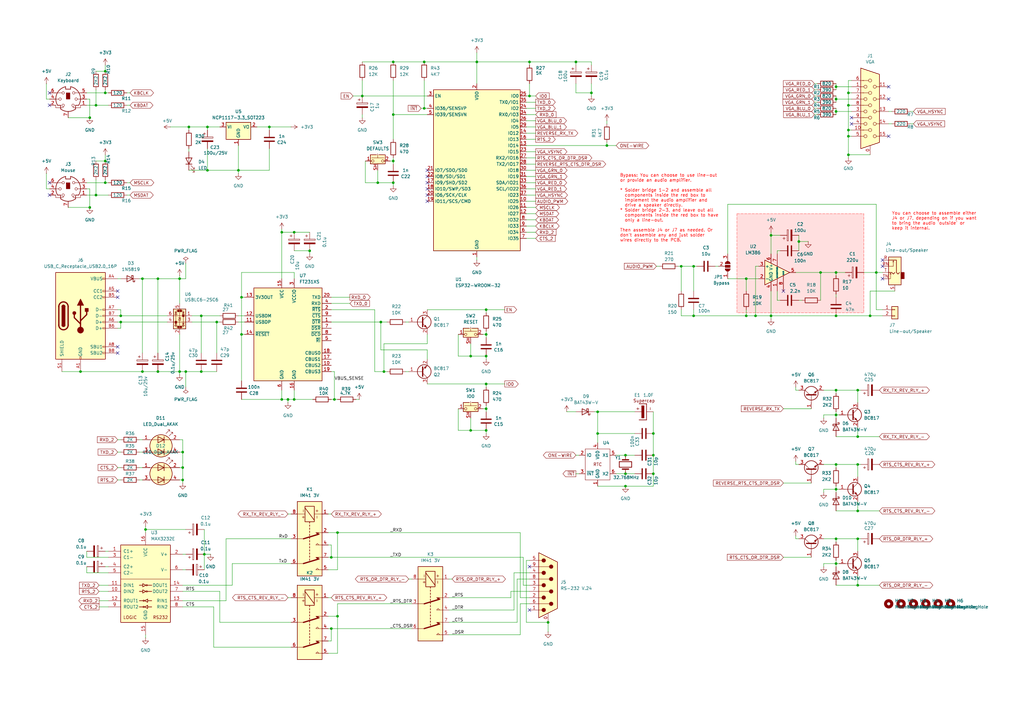
<source format=kicad_sch>
(kicad_sch (version 20250114) (generator "eeschema") (generator_version "9.0")
  (paper "A3")
  (title_block (title "nTerm2-s") (date "2025-02-19") (rev "0.06") (company "Sporos Tech ₍^•_•^₎ﾉ") (comment 1 "Peter de Vroomen") (comment 2 "© 2025 Sporos Tech ₍^•_•^₎ﾉ"))
  (rectangle (start 302.26 87.63) (end 354.33 128.27) (stroke (width 0.1016) (type dash) (color 255 0 0 1)) (fill (type color) (color 255 0 0 0.1254901961)))
  (text "You can choose to assemble either\nJ4 or J7, depending on if you want\nto bring the audio 'outside' or\nkeep it internal." (at 365.76 90.678 0) (effects (font (size 1.27 1.27)) (justify left)))
  (text "Bypass: You can choose to use line-out\nor provide an audio amplifier.\n\n* Solder bridge 1-2 and assemble all\n  components inside the red box to\n  implement the audio amplifier and\n  drive a speaker directly.\n* Solder bridge 2-3, and leave out all\n  components inside the red box to have\n  only a line-out.\n\nThen assemble J4 or J7 as needed. Or\ndon't assemble any and just solder\nwires directly to the PCB." (at 254.254 85.344 0) (effects (font (size 1.27 1.27)) (justify left)))
  (junction (at 284.48 129.54))
  (junction (at 137.16 163.83))
  (junction (at 256.54 186.69))
  (junction (at 195.58 25.4))
  (junction (at 161.29 46.99))
  (junction (at 327.66 99.06))
  (junction (at 120.65 95.25))
  (junction (at 135.89 228.6))
  (junction (at 58.42 114.3))
  (junction (at 43.18 66.04))
  (junction (at 43.18 38.1))
  (junction (at 342.9 200.66))
  (junction (at 76.2 152.4))
  (junction (at 199.39 146.05))
  (junction (at 49.53 132.08))
  (junction (at 157.48 152.4))
  (junction (at 74.93 196.85))
  (junction (at 342.9 160.02))
  (junction (at 256.54 194.31))
  (junction (at 154.94 74.93))
  (junction (at 342.9 111.76))
  (junction (at 193.04 146.05))
  (junction (at 342.9 45.72))
  (junction (at 161.29 25.4))
  (junction (at 351.79 190.5))
  (junction (at 64.77 152.4))
  (junction (at 245.11 177.8))
  (junction (at 36.83 85.09))
  (junction (at 336.55 111.76))
  (junction (at 73.66 114.3))
  (junction (at 85.09 52.07))
  (junction (at 351.79 179.07))
  (junction (at 245.11 168.91))
  (junction (at 351.79 220.98))
  (junction (at 88.9 132.08))
  (junction (at 267.97 194.31))
  (junction (at 85.09 69.85))
  (junction (at 97.79 69.85))
  (junction (at 43.18 74.93))
  (junction (at 217.17 25.4))
  (junction (at 347.98 43.18))
  (junction (at 173.99 44.45))
  (junction (at 347.98 55.88))
  (junction (at 309.88 129.54))
  (junction (at 58.42 152.4))
  (junction (at 99.06 137.16))
  (junction (at 356.87 129.54))
  (junction (at 135.89 257.81))
  (junction (at 342.9 231.14))
  (junction (at 267.97 177.8))
  (junction (at 199.39 137.16))
  (junction (at 127 102.87))
  (junction (at 74.93 185.42))
  (junction (at 342.9 35.56))
  (junction (at 306.07 114.3))
  (junction (at 43.18 29.21))
  (junction (at 256.54 199.39))
  (junction (at 347.98 38.1))
  (junction (at 64.77 114.3))
  (junction (at 82.55 129.54))
  (junction (at 351.79 160.02))
  (junction (at 351.79 209.55))
  (junction (at 267.97 186.69))
  (junction (at 110.49 52.07))
  (junction (at 120.65 163.83))
  (junction (at 199.39 157.48))
  (junction (at 82.55 152.4))
  (junction (at 138.43 252.73))
  (junction (at 99.06 121.92))
  (junction (at 36.83 48.26))
  (junction (at 248.92 59.69))
  (junction (at 77.47 52.07))
  (junction (at 199.39 176.53))
  (junction (at 173.99 25.4))
  (junction (at 342.9 190.5))
  (junction (at 199.39 167.64))
  (junction (at 342.9 40.64))
  (junction (at 316.23 96.52))
  (junction (at 224.79 255.27))
  (junction (at 39.37 43.18))
  (junction (at 49.53 129.54))
  (junction (at 148.59 39.37))
  (junction (at 279.4 109.22))
  (junction (at 193.04 176.53))
  (junction (at 306.07 129.54))
  (junction (at 138.43 218.44))
  (junction (at 342.9 129.54))
  (junction (at 83.82 227.33))
  (junction (at 199.39 127))
  (junction (at 359.41 111.76))
  (junction (at 284.48 109.22))
  (junction (at 115.57 95.25))
  (junction (at 161.29 66.04))
  (junction (at 59.69 217.17))
  (junction (at 351.79 240.03))
  (junction (at 74.93 191.77))
  (junction (at 33.02 152.4))
  (junction (at 236.22 25.4))
  (junction (at 342.9 170.18))
  (junction (at 217.17 39.37))
  (junction (at 347.98 63.5))
  (junction (at 161.29 74.93))
  (junction (at 316.23 129.54))
  (junction (at 156.21 132.08))
  (junction (at 347.98 53.34))
  (junction (at 118.11 163.83))
  (junction (at 242.57 38.1))
  (junction (at 342.9 220.98))
  (junction (at 115.57 163.83))
  (junction (at 73.66 152.4))
  (junction (at 39.37 80.01))
  (no_connect (at 364.49 35.56))
  (no_connect (at 217.17 232.41))
  (no_connect (at 20.32 80.01))
  (no_connect (at 349.25 48.26))
  (no_connect (at 364.49 40.64))
  (no_connect (at 48.26 119.38))
  (no_connect (at 175.26 74.93))
  (no_connect (at 175.26 69.85))
  (no_connect (at 48.26 142.24))
  (no_connect (at 361.95 109.22))
  (no_connect (at 364.49 55.88))
  (no_connect (at 321.31 119.38))
  (no_connect (at 361.95 106.68))
  (no_connect (at 20.32 38.1))
  (no_connect (at 361.95 114.3))
  (no_connect (at 217.17 250.19))
  (no_connect (at 175.26 82.55))
  (no_connect (at 175.26 80.01))
  (no_connect (at 20.32 43.18))
  (no_connect (at 349.25 50.8))
  (no_connect (at 175.26 77.47))
  (no_connect (at 48.26 121.92))
  (no_connect (at 48.26 144.78))
  (no_connect (at 175.26 72.39))
  (no_connect (at 20.32 74.93))
  (wire (pts (xy 347.98 38.1) (xy 347.98 43.18)))
  (wire (pts (xy 135.89 132.08) (xy 156.21 132.08)))
  (wire (pts (xy 215.9 74.93) (xy 219.71 74.93)))
  (wire (pts (xy 224.79 259.08) (xy 224.79 255.27)))
  (wire (pts (xy 74.93 191.77) (xy 74.93 196.85)))
  (wire (pts (xy 187.96 137.16) (xy 187.96 146.05)))
  (wire (pts (xy 351.79 160.02) (xy 353.06 160.02)))
  (wire (pts (xy 147.32 163.83) (xy 146.05 163.83)))
  (wire (pts (xy 318.77 102.87) (xy 318.77 104.14)))
  (wire (pts (xy 298.45 104.14) (xy 298.45 83.82)))
  (wire (pts (xy 210.82 234.95) (xy 217.17 234.95)))
  (wire (pts (xy 135.89 223.52) (xy 135.89 228.6)))
  (wire (pts (xy 49.53 134.62) (xy 49.53 132.08)))
  (wire (pts (xy 215.9 82.55) (xy 219.71 82.55)))
  (wire (pts (xy 342.9 111.76) (xy 346.71 111.76)))
  (wire (pts (xy 74.93 180.34) (xy 74.93 185.42)))
  (wire (pts (xy 198.12 167.64) (xy 199.39 167.64)))
  (wire (pts (xy 57.15 191.77) (xy 58.42 191.77)))
  (wire (pts (xy 334.01 41.91) (xy 335.28 41.91)))
  (wire (pts (xy 210.82 250.19) (xy 210.82 234.95)))
  (wire (pts (xy 351.79 209.55) (xy 351.79 205.74)))
  (wire (pts (xy 284.48 109.22) (xy 284.48 119.38)))
  (wire (pts (xy 316.23 129.54) (xy 342.9 129.54)))
  (wire (pts (xy 49.53 127) (xy 49.53 129.54)))
  (wire (pts (xy 284.48 129.54) (xy 284.48 127)))
  (wire (pts (xy 57.15 114.3) (xy 58.42 114.3)))
  (wire (pts (xy 334.01 39.37) (xy 335.28 39.37)))
  (wire (pts (xy 248.92 59.69) (xy 252.73 59.69)))
  (wire (pts (xy 342.9 220.98) (xy 351.79 220.98)))
  (wire (pts (xy 316.23 119.38) (xy 316.23 129.54)))
  (wire (pts (xy 306.07 114.3) (xy 306.07 119.38)))
  (wire (pts (xy 199.39 176.53) (xy 199.39 177.8)))
  (wire (pts (xy 173.99 33.02) (xy 173.99 44.45)))
  (wire (pts (xy 115.57 95.25) (xy 115.57 114.3)))
  (wire (pts (xy 85.09 69.85) (xy 97.79 69.85)))
  (wire (pts (xy 44.45 226.06) (xy 43.18 226.06)))
  (wire (pts (xy 326.39 190.5) (xy 326.39 189.23)))
  (wire (pts (xy 199.39 146.05) (xy 199.39 147.32)))
  (wire (pts (xy 326.39 220.98) (xy 326.39 219.71)))
  (wire (pts (xy 195.58 25.4) (xy 217.17 25.4)))
  (wire (pts (xy 40.64 240.03) (xy 44.45 240.03)))
  (wire (pts (xy 267.97 177.8) (xy 267.97 186.69)))
  (wire (pts (xy 43.18 63.5) (xy 43.18 66.04)))
  (wire (pts (xy 356.87 129.54) (xy 342.9 129.54)))
  (wire (pts (xy 73.66 191.77) (xy 74.93 191.77)))
  (wire (pts (xy 77.47 53.34) (xy 77.47 52.07)))
  (wire (pts (xy 267.97 199.39) (xy 267.97 194.31)))
  (wire (pts (xy 351.79 190.5) (xy 353.06 190.5)))
  (wire (pts (xy 99.06 163.83) (xy 115.57 163.83)))
  (wire (pts (xy 306.07 127) (xy 306.07 129.54)))
  (wire (pts (xy 134.62 218.44) (xy 138.43 218.44)))
  (wire (pts (xy 138.43 233.68) (xy 138.43 218.44)))
  (wire (pts (xy 154.94 74.93) (xy 161.29 74.93)))
  (wire (pts (xy 334.01 46.99) (xy 335.28 46.99)))
  (wire (pts (xy 219.71 39.37) (xy 217.17 39.37)))
  (wire (pts (xy 35.56 80.01) (xy 39.37 80.01)))
  (wire (pts (xy 148.59 46.99) (xy 148.59 48.26)))
  (wire (pts (xy 64.77 114.3) (xy 64.77 144.78)))
  (wire (pts (xy 85.09 52.07) (xy 85.09 53.34)))
  (wire (pts (xy 74.93 196.85) (xy 74.93 198.12)))
  (wire (pts (xy 215.9 62.23) (xy 219.71 62.23)))
  (wire (pts (xy 138.43 247.65) (xy 138.43 252.73)))
  (wire (pts (xy 342.9 40.64) (xy 349.25 40.64)))
  (wire (pts (xy 73.66 114.3) (xy 73.66 124.46)))
  (wire (pts (xy 135.89 257.81) (xy 135.89 262.89)))
  (wire (pts (xy 58.42 114.3) (xy 64.77 114.3)))
  (wire (pts (xy 175.26 157.48) (xy 199.39 157.48)))
  (wire (pts (xy 342.9 231.14) (xy 344.17 231.14)))
  (wire (pts (xy 85.09 69.85) (xy 77.47 69.85)))
  (wire (pts (xy 43.18 36.83) (xy 43.18 38.1)))
  (wire (pts (xy 359.41 111.76) (xy 361.95 111.76)))
  (wire (pts (xy 252.73 194.31) (xy 256.54 194.31)))
  (wire (pts (xy 110.49 52.07) (xy 110.49 53.34)))
  (wire (pts (xy 232.41 168.91) (xy 236.22 168.91)))
  (wire (pts (xy 184.15 245.11) (xy 209.55 245.11)))
  (wire (pts (xy 213.36 260.35) (xy 213.36 247.65)))
  (wire (pts (xy 90.17 242.57) (xy 90.17 255.27)))
  (wire (pts (xy 134.62 252.73) (xy 138.43 252.73)))
  (wire (pts (xy 342.9 168.91) (xy 342.9 170.18)))
  (wire (pts (xy 242.57 34.29) (xy 242.57 38.1)))
  (wire (pts (xy 135.89 228.6) (xy 214.63 228.6)))
  (wire (pts (xy 149.86 74.93) (xy 154.94 74.93)))
  (wire (pts (xy 356.87 119.38) (xy 367.03 119.38)))
  (wire (pts (xy 36.83 77.47) (xy 36.83 85.09)))
  (wire (pts (xy 334.01 34.29) (xy 335.28 34.29)))
  (wire (pts (xy 137.16 163.83) (xy 135.89 163.83)))
  (wire (pts (xy 52.07 74.93) (xy 53.34 74.93)))
  (wire (pts (xy 110.49 60.96) (xy 110.49 69.85)))
  (wire (pts (xy 347.98 33.02) (xy 347.98 38.1)))
  (wire (pts (xy 184.15 260.35) (xy 213.36 260.35)))
  (wire (pts (xy 215.9 69.85) (xy 219.71 69.85)))
  (wire (pts (xy 48.26 185.42) (xy 49.53 185.42)))
  (wire (pts (xy 256.54 199.39) (xy 267.97 199.39)))
  (wire (pts (xy 120.65 163.83) (xy 128.27 163.83)))
  (wire (pts (xy 193.04 176.53) (xy 199.39 176.53)))
  (wire (pts (xy 99.06 121.92) (xy 100.33 121.92)))
  (wire (pts (xy 364.49 45.72) (xy 365.76 45.72)))
  (wire (pts (xy 48.26 129.54) (xy 49.53 129.54)))
  (wire (pts (xy 40.64 248.92) (xy 44.45 248.92)))
  (wire (pts (xy 215.9 44.45) (xy 219.71 44.45)))
  (wire (pts (xy 334.01 44.45) (xy 335.28 44.45)))
  (wire (pts (xy 342.9 231.14) (xy 337.82 231.14)))
  (wire (pts (xy 175.26 147.32) (xy 175.26 143.51)))
  (wire (pts (xy 82.55 152.4) (xy 88.9 152.4)))
  (wire (pts (xy 279.4 109.22) (xy 284.48 109.22)))
  (wire (pts (xy 76.2 152.4) (xy 76.2 158.75)))
  (wire (pts (xy 195.58 105.41) (xy 195.58 106.68)))
  (wire (pts (xy 236.22 186.69) (xy 237.49 186.69)))
  (wire (pts (xy 199.39 157.48) (xy 199.39 158.75)))
  (wire (pts (xy 364.49 50.8) (xy 365.76 50.8)))
  (wire (pts (xy 356.87 119.38) (xy 356.87 129.54)))
  (wire (pts (xy 39.37 29.21) (xy 43.18 29.21)))
  (wire (pts (xy 347.98 55.88) (xy 347.98 63.5)))
  (wire (pts (xy 119.38 231.14) (xy 95.25 231.14)))
  (wire (pts (xy 105.41 52.07) (xy 110.49 52.07)))
  (wire (pts (xy 215.9 49.53) (xy 219.71 49.53)))
  (wire (pts (xy 85.09 60.96) (xy 85.09 69.85)))
  (wire (pts (xy 19.05 77.47) (xy 19.05 71.12)))
  (wire (pts (xy 342.9 44.45) (xy 342.9 45.72)))
  (wire (pts (xy 52.07 38.1) (xy 53.34 38.1)))
  (wire (pts (xy 64.77 114.3) (xy 73.66 114.3)))
  (wire (pts (xy 134.62 267.97) (xy 138.43 267.97)))
  (wire (pts (xy 242.57 38.1) (xy 242.57 39.37)))
  (wire (pts (xy 215.9 46.99) (xy 219.71 46.99)))
  (wire (pts (xy 351.79 179.07) (xy 360.68 179.07)))
  (wire (pts (xy 320.04 123.19) (xy 318.77 123.19)))
  (wire (pts (xy 135.89 127) (xy 153.67 127)))
  (wire (pts (xy 36.83 40.64) (xy 36.83 48.26)))
  (wire (pts (xy 245.11 177.8) (xy 245.11 181.61)))
  (wire (pts (xy 351.79 160.02) (xy 351.79 165.1)))
  (wire (pts (xy 316.23 129.54) (xy 316.23 130.81)))
  (wire (pts (xy 74.93 233.68) (xy 76.2 233.68)))
  (wire (pts (xy 256.54 194.31) (xy 260.35 194.31)))
  (wire (pts (xy 342.9 209.55) (xy 351.79 209.55)))
  (wire (pts (xy 74.93 248.92) (xy 87.63 248.92)))
  (wire (pts (xy 284.48 109.22) (xy 285.75 109.22)))
  (wire (pts (xy 212.09 237.49) (xy 217.17 237.49)))
  (wire (pts (xy 172.72 44.45) (xy 173.99 44.45)))
  (wire (pts (xy 92.71 220.98) (xy 92.71 246.38)))
  (wire (pts (xy 173.99 44.45) (xy 175.26 44.45)))
  (wire (pts (xy 347.98 38.1) (xy 349.25 38.1)))
  (wire (pts (xy 236.22 194.31) (xy 237.49 194.31)))
  (wire (pts (xy 215.9 80.01) (xy 219.71 80.01)))
  (wire (pts (xy 48.26 191.77) (xy 49.53 191.77)))
  (wire (pts (xy 153.67 152.4) (xy 157.48 152.4)))
  (wire (pts (xy 118.11 245.11) (xy 119.38 245.11)))
  (wire (pts (xy 138.43 267.97) (xy 138.43 252.73)))
  (wire (pts (xy 199.39 127) (xy 199.39 128.27)))
  (wire (pts (xy 59.69 217.17) (xy 59.69 218.44)))
  (wire (pts (xy 83.82 217.17) (xy 83.82 227.33)))
  (wire (pts (xy 118.11 165.1) (xy 118.11 163.83)))
  (wire (pts (xy 44.45 232.41) (xy 43.18 232.41)))
  (wire (pts (xy 43.18 74.93) (xy 44.45 74.93)))
  (wire (pts (xy 193.04 140.97) (xy 193.04 146.05)))
  (wire (pts (xy 19.05 40.64) (xy 19.05 34.29)))
  (wire (pts (xy 351.79 179.07) (xy 351.79 175.26)))
  (wire (pts (xy 73.66 152.4) (xy 73.66 153.67)))
  (wire (pts (xy 337.82 190.5) (xy 342.9 190.5)))
  (wire (pts (xy 85.09 52.07) (xy 90.17 52.07)))
  (wire (pts (xy 74.93 246.38) (xy 92.71 246.38)))
  (wire (pts (xy 256.54 186.69) (xy 260.35 186.69)))
  (wire (pts (xy 267.97 168.91) (xy 267.97 177.8)))
  (wire (pts (xy 156.21 143.51) (xy 156.21 132.08)))
  (wire (pts (xy 99.06 137.16) (xy 99.06 156.21)))
  (wire (pts (xy 342.9 35.56) (xy 342.9 36.83)))
  (wire (pts (xy 148.59 39.37) (xy 175.26 39.37)))
  (wire (pts (xy 78.74 132.08) (xy 88.9 132.08)))
  (wire (pts (xy 184.15 237.49) (xy 185.42 237.49)))
  (wire (pts (xy 110.49 52.07) (xy 119.38 52.07)))
  (wire (pts (xy 337.82 220.98) (xy 342.9 220.98)))
  (wire (pts (xy 97.79 69.85) (xy 110.49 69.85)))
  (wire (pts (xy 342.9 120.65) (xy 342.9 121.92)))
  (wire (pts (xy 342.9 40.64) (xy 342.9 41.91)))
  (wire (pts (xy 74.93 242.57) (xy 90.17 242.57)))
  (wire (pts (xy 293.37 109.22) (xy 294.64 109.22)))
  (wire (pts (xy 252.73 186.69) (xy 256.54 186.69)))
  (wire (pts (xy 76.2 152.4) (xy 82.55 152.4)))
  (wire (pts (xy 342.9 160.02) (xy 351.79 160.02)))
  (wire (pts (xy 57.15 185.42) (xy 58.42 185.42)))
  (wire (pts (xy 342.9 111.76) (xy 342.9 113.03)))
  (wire (pts (xy 215.9 92.71) (xy 219.71 92.71)))
  (wire (pts (xy 99.06 121.92) (xy 99.06 111.76)))
  (wire (pts (xy 20.32 77.47) (xy 19.05 77.47)))
  (wire (pts (xy 224.79 255.27) (xy 215.9 255.27)))
  (wire (pts (xy 57.15 196.85) (xy 58.42 196.85)))
  (wire (pts (xy 167.64 237.49) (xy 168.91 237.49)))
  (wire (pts (xy 35.56 43.18) (xy 39.37 43.18)))
  (wire (pts (xy 135.89 124.46) (xy 143.51 124.46)))
  (wire (pts (xy 195.58 21.59) (xy 195.58 25.4)))
  (wire (pts (xy 342.9 200.66) (xy 344.17 200.66)))
  (wire (pts (xy 49.53 132.08) (xy 68.58 132.08)))
  (wire (pts (xy 306.07 114.3) (xy 311.15 114.3)))
  (wire (pts (xy 347.98 63.5) (xy 356.87 63.5)))
  (wire (pts (xy 161.29 46.99) (xy 175.26 46.99)))
  (wire (pts (xy 115.57 163.83) (xy 118.11 163.83)))
  (wire (pts (xy 193.04 146.05) (xy 199.39 146.05)))
  (wire (pts (xy 199.39 135.89) (xy 199.39 137.16)))
  (wire (pts (xy 187.96 146.05) (xy 193.04 146.05)))
  (wire (pts (xy 40.64 242.57) (xy 44.45 242.57)))
  (wire (pts (xy 135.89 121.92) (xy 143.51 121.92)))
  (wire (pts (xy 342.9 170.18) (xy 342.9 171.45)))
  (wire (pts (xy 39.37 73.66) (xy 39.37 80.01)))
  (wire (pts (xy 245.11 168.91) (xy 245.11 177.8)))
  (wire (pts (xy 279.4 129.54) (xy 279.4 127)))
  (wire (pts (xy 39.37 43.18) (xy 44.45 43.18)))
  (wire (pts (xy 69.85 52.07) (xy 77.47 52.07)))
  (wire (pts (xy 148.59 33.02) (xy 148.59 39.37)))
  (wire (pts (xy 354.33 111.76) (xy 359.41 111.76)))
  (wire (pts (xy 236.22 25.4) (xy 217.17 25.4)))
  (wire (pts (xy 342.9 35.56) (xy 349.25 35.56)))
  (wire (pts (xy 321.31 228.6) (xy 332.74 228.6)))
  (wire (pts (xy 134.62 210.82) (xy 135.89 210.82)))
  (wire (pts (xy 236.22 25.4) (xy 236.22 26.67)))
  (wire (pts (xy 99.06 111.76) (xy 120.65 111.76)))
  (wire (pts (xy 73.66 196.85) (xy 74.93 196.85)))
  (wire (pts (xy 97.79 59.69) (xy 97.79 69.85)))
  (wire (pts (xy 73.66 152.4) (xy 76.2 152.4)))
  (wire (pts (xy 173.99 25.4) (xy 195.58 25.4)))
  (wire (pts (xy 342.9 200.66) (xy 342.9 201.93)))
  (wire (pts (xy 59.69 217.17) (xy 76.2 217.17)))
  (wire (pts (xy 351.79 190.5) (xy 351.79 195.58)))
  (wire (pts (xy 351.79 240.03) (xy 351.79 236.22)))
  (wire (pts (xy 120.65 95.25) (xy 127 95.25)))
  (wire (pts (xy 217.17 39.37) (xy 215.9 39.37)))
  (wire (pts (xy 99.06 121.92) (xy 99.06 137.16)))
  (wire (pts (xy 27.94 85.09) (xy 36.83 85.09)))
  (wire (pts (xy 342.9 170.18) (xy 344.17 170.18)))
  (wire (pts (xy 321.31 167.64) (xy 332.74 167.64)))
  (wire (pts (xy 120.65 111.76) (xy 120.65 114.3)))
  (wire (pts (xy 199.39 157.48) (xy 207.01 157.48)))
  (wire (pts (xy 35.56 228.6) (xy 44.45 228.6)))
  (wire (pts (xy 309.88 109.22) (xy 309.88 129.54)))
  (wire (pts (xy 118.11 163.83) (xy 120.65 163.83)))
  (wire (pts (xy 342.9 179.07) (xy 351.79 179.07)))
  (wire (pts (xy 326.39 111.76) (xy 336.55 111.76)))
  (wire (pts (xy 199.39 137.16) (xy 199.39 138.43)))
  (wire (pts (xy 236.22 34.29) (xy 236.22 38.1)))
  (wire (pts (xy 213.36 245.11) (xy 217.17 245.11)))
  (wire (pts (xy 175.26 137.16) (xy 175.26 140.97)))
  (wire (pts (xy 127 102.87) (xy 127 104.14)))
  (wire (pts (xy 347.98 63.5) (xy 347.98 64.77)))
  (wire (pts (xy 215.9 41.91) (xy 219.71 41.91)))
  (wire (pts (xy 74.93 185.42) (xy 74.93 191.77)))
  (wire (pts (xy 134.62 228.6) (xy 135.89 228.6)))
  (wire (pts (xy 321.31 198.12) (xy 332.74 198.12)))
  (wire (pts (xy 73.66 113.03) (xy 73.66 114.3)))
  (wire (pts (xy 144.78 39.37) (xy 148.59 39.37)))
  (wire (pts (xy 73.66 152.4) (xy 64.77 152.4)))
  (wire (pts (xy 215.9 57.15) (xy 219.71 57.15)))
  (wire (pts (xy 215.9 97.79) (xy 219.71 97.79)))
  (wire (pts (xy 134.62 262.89) (xy 135.89 262.89)))
  (wire (pts (xy 138.43 247.65) (xy 168.91 247.65)))
  (wire (pts (xy 49.53 129.54) (xy 68.58 129.54)))
  (wire (pts (xy 87.63 265.43) (xy 119.38 265.43)))
  (wire (pts (xy 337.82 170.18) (xy 337.82 171.45)))
  (wire (pts (xy 213.36 218.44) (xy 213.36 245.11)))
  (wire (pts (xy 52.07 80.01) (xy 53.34 80.01)))
  (wire (pts (xy 260.35 177.8) (xy 245.11 177.8)))
  (wire (pts (xy 215.9 67.31) (xy 219.71 67.31)))
  (wire (pts (xy 316.23 96.52) (xy 320.04 96.52)))
  (wire (pts (xy 157.48 140.97) (xy 157.48 152.4)))
  (wire (pts (xy 74.93 227.33) (xy 76.2 227.33)))
  (wire (pts (xy 166.37 132.08) (xy 167.64 132.08)))
  (wire (pts (xy 59.69 260.35) (xy 59.69 261.62)))
  (wire (pts (xy 342.9 45.72) (xy 342.9 46.99)))
  (wire (pts (xy 187.96 167.64) (xy 187.96 176.53)))
  (wire (pts (xy 342.9 190.5) (xy 342.9 191.77)))
  (wire (pts (xy 298.45 114.3) (xy 306.07 114.3)))
  (wire (pts (xy 215.9 87.63) (xy 219.71 87.63)))
  (wire (pts (xy 215.9 59.69) (xy 248.92 59.69)))
  (wire (pts (xy 215.9 85.09) (xy 219.71 85.09)))
  (wire (pts (xy 209.55 242.57) (xy 217.17 242.57)))
  (wire (pts (xy 199.39 167.64) (xy 199.39 168.91)))
  (wire (pts (xy 157.48 152.4) (xy 158.75 152.4)))
  (wire (pts (xy 217.17 34.29) (xy 217.17 39.37)))
  (wire (pts (xy 195.58 25.4) (xy 195.58 34.29)))
  (wire (pts (xy 236.22 38.1) (xy 242.57 38.1)))
  (wire (pts (xy 248.92 49.53) (xy 248.92 50.8)))
  (wire (pts (xy 58.42 114.3) (xy 58.42 144.78)))
  (wire (pts (xy 349.25 33.02) (xy 347.98 33.02)))
  (wire (pts (xy 217.17 240.03) (xy 214.63 240.03)))
  (wire (pts (xy 73.66 137.16) (xy 73.66 152.4)))
  (wire (pts (xy 215.9 255.27) (xy 215.9 229.87)))
  (wire (pts (xy 97.79 69.85) (xy 97.79 71.12)))
  (wire (pts (xy 215.9 229.87) (xy 217.17 229.87)))
  (wire (pts (xy 242.57 25.4) (xy 236.22 25.4)))
  (wire (pts (xy 184.15 255.27) (xy 212.09 255.27)))
  (wire (pts (xy 361.95 127) (xy 359.41 127)))
  (wire (pts (xy 175.26 140.97) (xy 157.48 140.97)))
  (wire (pts (xy 245.11 199.39) (xy 256.54 199.39)))
  (wire (pts (xy 77.47 52.07) (xy 85.09 52.07)))
  (wire (pts (xy 82.55 129.54) (xy 90.17 129.54)))
  (wire (pts (xy 97.79 129.54) (xy 100.33 129.54)))
  (wire (pts (xy 269.24 109.22) (xy 270.51 109.22)))
  (wire (pts (xy 298.45 83.82) (xy 359.41 83.82)))
  (wire (pts (xy 373.38 50.8) (xy 374.65 50.8)))
  (wire (pts (xy 248.92 58.42) (xy 248.92 59.69)))
  (wire (pts (xy 118.11 210.82) (xy 119.38 210.82)))
  (wire (pts (xy 161.29 46.99) (xy 161.29 57.15)))
  (wire (pts (xy 175.26 143.51) (xy 156.21 143.51)))
  (wire (pts (xy 306.07 129.54) (xy 309.88 129.54)))
  (wire (pts (xy 92.71 220.98) (xy 119.38 220.98)))
  (wire (pts (xy 342.9 199.39) (xy 342.9 200.66)))
  (wire (pts (xy 347.98 55.88) (xy 349.25 55.88)))
  (wire (pts (xy 20.32 40.64) (xy 19.05 40.64)))
  (wire (pts (xy 83.82 227.33) (xy 83.82 233.68)))
  (wire (pts (xy 74.93 240.03) (xy 95.25 240.03)))
  (wire (pts (xy 48.26 180.34) (xy 49.53 180.34)))
  (wire (pts (xy 138.43 218.44) (xy 213.36 218.44)))
  (wire (pts (xy 342.9 34.29) (xy 342.9 35.56)))
  (wire (pts (xy 351.79 240.03) (xy 360.68 240.03)))
  (wire (pts (xy 39.37 80.01) (xy 44.45 80.01)))
  (wire (pts (xy 337.82 200.66) (xy 337.82 201.93)))
  (wire (pts (xy 284.48 129.54) (xy 306.07 129.54)))
  (wire (pts (xy 27.94 48.26) (xy 36.83 48.26)))
  (wire (pts (xy 88.9 132.08) (xy 90.17 132.08)))
  (wire (pts (xy 267.97 186.69) (xy 267.97 194.31)))
  (wire (pts (xy 39.37 36.83) (xy 39.37 43.18)))
  (wire (pts (xy 342.9 45.72) (xy 349.25 45.72)))
  (wire (pts (xy 342.9 229.87) (xy 342.9 231.14)))
  (wire (pts (xy 48.26 127) (xy 49.53 127)))
  (wire (pts (xy 342.9 190.5) (xy 351.79 190.5)))
  (wire (pts (xy 184.15 250.19) (xy 210.82 250.19)))
  (wire (pts (xy 161.29 64.77) (xy 161.29 66.04)))
  (wire (pts (xy 87.63 248.92) (xy 87.63 265.43)))
  (wire (pts (xy 213.36 247.65) (xy 217.17 247.65)))
  (wire (pts (xy 342.9 160.02) (xy 342.9 161.29)))
  (wire (pts (xy 199.39 166.37) (xy 199.39 167.64)))
  (wire (pts (xy 137.16 152.4) (xy 135.89 152.4)))
  (wire (pts (xy 359.41 127) (xy 359.41 111.76)))
  (wire (pts (xy 351.79 220.98) (xy 351.79 226.06)))
  (wire (pts (xy 342.9 39.37) (xy 342.9 40.64)))
  (wire (pts (xy 356.87 129.54) (xy 361.95 129.54)))
  (wire (pts (xy 347.98 53.34) (xy 349.25 53.34)))
  (wire (pts (xy 115.57 95.25) (xy 120.65 95.25)))
  (wire (pts (xy 161.29 74.93) (xy 161.29 76.2)))
  (wire (pts (xy 43.18 38.1) (xy 44.45 38.1)))
  (wire (pts (xy 342.9 220.98) (xy 342.9 222.25)))
  (wire (pts (xy 48.26 196.85) (xy 49.53 196.85)))
  (wire (pts (xy 334.01 36.83) (xy 335.28 36.83)))
  (wire (pts (xy 39.37 66.04) (xy 43.18 66.04)))
  (wire (pts (xy 59.69 215.9) (xy 59.69 217.17)))
  (wire (pts (xy 279.4 109.22) (xy 279.4 119.38)))
  (wire (pts (xy 73.66 185.42) (xy 74.93 185.42)))
  (wire (pts (xy 327.66 96.52) (xy 327.66 99.06)))
  (wire (pts (xy 212.09 255.27) (xy 212.09 237.49)))
  (wire (pts (xy 40.64 246.38) (xy 44.45 246.38)))
  (wire (pts (xy 166.37 152.4) (xy 167.64 152.4)))
  (wire (pts (xy 35.56 74.93) (xy 43.18 74.93)))
  (wire (pts (xy 35.56 234.95) (xy 44.45 234.95)))
  (wire (pts (xy 215.9 52.07) (xy 219.71 52.07)))
  (wire (pts (xy 187.96 176.53) (xy 193.04 176.53)))
  (wire (pts (xy 134.62 233.68) (xy 138.43 233.68)))
  (wire (pts (xy 95.25 231.14) (xy 95.25 240.03)))
  (wire (pts (xy 278.13 109.22) (xy 279.4 109.22)))
  (wire (pts (xy 217.17 25.4) (xy 217.17 26.67)))
  (wire (pts (xy 97.79 132.08) (xy 100.33 132.08)))
  (wire (pts (xy 43.18 73.66) (xy 43.18 74.93)))
  (wire (pts (xy 215.9 72.39) (xy 219.71 72.39)))
  (wire (pts (xy 25.4 152.4) (xy 33.02 152.4)))
  (wire (pts (xy 120.65 160.02) (xy 120.65 163.83)))
  (wire (pts (xy 327.66 220.98) (xy 326.39 220.98)))
  (wire (pts (xy 242.57 26.67) (xy 242.57 25.4)))
  (wire (pts (xy 148.59 25.4) (xy 161.29 25.4)))
  (wire (pts (xy 137.16 152.4) (xy 137.16 163.83)))
  (wire (pts (xy 43.18 26.67) (xy 43.18 29.21)))
  (wire (pts (xy 327.66 99.06) (xy 331.47 99.06)))
  (wire (pts (xy 245.11 168.91) (xy 260.35 168.91)))
  (wire (pts (xy 35.56 38.1) (xy 43.18 38.1)))
  (wire (pts (xy 347.98 53.34) (xy 347.98 55.88)))
  (wire (pts (xy 175.26 127) (xy 199.39 127)))
  (wire (pts (xy 309.88 109.22) (xy 311.15 109.22)))
  (wire (pts (xy 336.55 111.76) (xy 342.9 111.76)))
  (wire (pts (xy 161.29 33.02) (xy 161.29 46.99)))
  (wire (pts (xy 73.66 180.34) (xy 74.93 180.34)))
  (wire (pts (xy 48.26 114.3) (xy 49.53 114.3)))
  (wire (pts (xy 327.66 99.06) (xy 327.66 102.87)))
  (wire (pts (xy 35.56 232.41) (xy 35.56 234.95)))
  (wire (pts (xy 342.9 170.18) (xy 337.82 170.18)))
  (wire (pts (xy 88.9 132.08) (xy 88.9 144.78)))
  (wire (pts (xy 199.39 127) (xy 207.01 127)))
  (wire (pts (xy 48.26 132.08) (xy 49.53 132.08)))
  (wire (pts (xy 318.77 123.19) (xy 318.77 119.38)))
  (wire (pts (xy 82.55 129.54) (xy 82.55 144.78)))
  (wire (pts (xy 120.65 102.87) (xy 127 102.87)))
  (wire (pts (xy 318.77 102.87) (xy 320.04 102.87)))
  (wire (pts (xy 351.79 209.55) (xy 360.68 209.55)))
  (wire (pts (xy 347.98 43.18) (xy 347.98 53.34)))
  (wire (pts (xy 347.98 43.18) (xy 349.25 43.18)))
  (wire (pts (xy 33.02 152.4) (xy 58.42 152.4)))
  (wire (pts (xy 215.9 95.25) (xy 219.71 95.25)))
  (wire (pts (xy 215.9 54.61) (xy 219.71 54.61)))
  (wire (pts (xy 214.63 228.6) (xy 214.63 240.03)))
  (wire (pts (xy 359.41 83.82) (xy 359.41 111.76)))
  (wire (pts (xy 351.79 220.98) (xy 353.06 220.98)))
  (wire (pts (xy 77.47 60.96) (xy 77.47 62.23)))
  (wire (pts (xy 35.56 77.47) (xy 36.83 77.47)))
  (wire (pts (xy 76.2 114.3) (xy 73.66 114.3)))
  (wire (pts (xy 342.9 240.03) (xy 351.79 240.03)))
  (wire (pts (xy 134.62 245.11) (xy 135.89 245.11)))
  (wire (pts (xy 48.26 134.62) (xy 49.53 134.62)))
  (wire (pts (xy 52.07 43.18) (xy 53.34 43.18)))
  (wire (pts (xy 76.2 107.95) (xy 76.2 114.3)))
  (wire (pts (xy 198.12 137.16) (xy 199.39 137.16)))
  (wire (pts (xy 115.57 160.02) (xy 115.57 163.83)))
  (wire (pts (xy 138.43 163.83) (xy 137.16 163.83)))
  (wire (pts (xy 160.02 66.04) (xy 161.29 66.04)))
  (wire (pts (xy 149.86 66.04) (xy 149.86 74.93)))
  (wire (pts (xy 209.55 242.57) (xy 209.55 245.11)))
  (wire (pts (xy 57.15 180.34) (xy 58.42 180.34)))
  (wire (pts (xy 309.88 129.54) (xy 316.23 129.54)))
  (wire (pts (xy 342.9 231.14) (xy 342.9 232.41)))
  (wire (pts (xy 337.82 160.02) (xy 342.9 160.02)))
  (wire (pts (xy 161.29 25.4) (xy 173.99 25.4)))
  (wire (pts (xy 153.67 127) (xy 153.67 152.4)))
  (wire (pts (xy 342.9 200.66) (xy 337.82 200.66)))
  (wire (pts (xy 327.66 190.5) (xy 326.39 190.5)))
  (wire (pts (xy 327.66 123.19) (xy 328.93 123.19)))
  (wire (pts (xy 215.9 77.47) (xy 219.71 77.47)))
  (wire (pts (xy 336.55 111.76) (xy 336.55 123.19)))
  (wire (pts (xy 100.33 137.16) (xy 99.06 137.16)))
  (wire (pts (xy 115.57 93.98) (xy 115.57 95.25)))
  (wire (pts (xy 215.9 64.77) (xy 219.71 64.77)))
  (wire (pts (xy 134.62 257.81) (xy 135.89 257.81)))
  (wire (pts (xy 326.39 160.02) (xy 326.39 158.75)))
  (wire (pts (xy 193.04 171.45) (xy 193.04 176.53)))
  (wire (pts (xy 316.23 95.25) (xy 316.23 96.52)))
  (wire (pts (xy 154.94 69.85) (xy 154.94 74.93)))
  (wire (pts (xy 58.42 152.4) (xy 64.77 152.4)))
  (wire (pts (xy 156.21 132.08) (xy 158.75 132.08)))
  (wire (pts (xy 327.66 160.02) (xy 326.39 160.02)))
  (wire (pts (xy 134.62 223.52) (xy 135.89 223.52)))
  (wire (pts (xy 243.84 168.91) (xy 245.11 168.91)))
  (wire (pts (xy 316.23 96.52) (xy 316.23 104.14)))
  (wire (pts (xy 83.82 227.33) (xy 86.36 227.33)))
  (wire (pts (xy 35.56 226.06) (xy 35.56 228.6)))
  (wire (pts (xy 35.56 40.64) (xy 36.83 40.64)))
  (wire (pts (xy 279.4 129.54) (xy 284.48 129.54)))
  (wire (pts (xy 90.17 255.27) (xy 119.38 255.27)))
  (wire (pts (xy 78.74 129.54) (xy 82.55 129.54)))
  (wire (pts (xy 373.38 45.72) (xy 374.65 45.72)))
  (wire (pts (xy 337.82 231.14) (xy 337.82 232.41)))
  (wire (pts (xy 135.89 257.81) (xy 168.91 257.81)))
  (wire (pts (xy 161.29 66.04) (xy 161.29 67.31)))
  (wire (pts (xy 215.9 90.17) (xy 219.71 90.17)))
  (label "_RTS_DTR" (at 160.02 247.65 0))
  (label "_RTS" (at 185.42 245.11 0))
  (label "_RXD" (at 160.02 218.44 0))
  (label "_CTS" (at 185.42 255.27 0))
  (label "_CTS_DSR" (at 160.02 257.81 0))
  (label "_DSR" (at 185.42 260.35 0))
  (label "RTS" (at 76.2 242.57 0))
  (label "TxD" (at 114.3 231.14 0))
  (label "_TXD" (at 160.02 228.6 0))
  (label "_DTR" (at 185.42 250.19 0))
  (label "CTS" (at 76.2 248.92 0))
  (label "RxD" (at 114.3 220.98 0))
  (label "VBUS_SENSE" (at 137.16 156.21 0))
  (global_label "RTS_2" (shape input) (at 40.64 242.57 180) (property "Intersheetrefs" "${INTERSHEET_REFS}" (effects (hide yes))))
  (global_label "EN" (shape input) (at 144.78 39.37 180) (property "Intersheetrefs" "${INTERSHEET_REFS}" (effects (hide yes))))
  (global_label "VGA_RED_0" (shape input) (at 334.01 34.29 180) (property "Intersheetrefs" "${INTERSHEET_REFS}" (effects (hide yes))))
  (global_label "RTS_CTS_OR_DTR_DSR" (shape output) (at 219.71 64.77 0) (property "Intersheetrefs" "${INTERSHEET_REFS}" (effects (hide yes))))
  (global_label "TXD_2" (shape output) (at 219.71 44.45 0) (property "Intersheetrefs" "${INTERSHEET_REFS}" (effects (hide yes))))
  (global_label "VGA_BLU_0" (shape output) (at 219.71 49.53 0) (property "Intersheetrefs" "${INTERSHEET_REFS}" (effects (hide yes))))
  (global_label "~{INT}" (shape output) (at 236.22 194.31 180) (property "Intersheetrefs" "${INTERSHEET_REFS}" (effects (hide yes))))
  (global_label "VGA_BLU_1" (shape output) (at 219.71 52.07 0) (property "Intersheetrefs" "${INTERSHEET_REFS}" (effects (hide yes))))
  (global_label "TXD_2" (shape input) (at 40.64 240.03 180) (property "Intersheetrefs" "${INTERSHEET_REFS}" (effects (hide yes))))
  (global_label "IO0" (shape input) (at 219.71 39.37 0) (property "Intersheetrefs" "${INTERSHEET_REFS}" (effects (hide yes))))
  (global_label "RX_TX_REV_RLY_-" (shape bidirectional) (at 118.11 210.82 180) (property "Intersheetrefs" "${INTERSHEET_REFS}" (effects (hide yes))))
  (global_label "RXD_2" (shape output) (at 40.64 246.38 180) (property "Intersheetrefs" "${INTERSHEET_REFS}" (effects (hide yes))))
  (global_label "ONE-WIRE" (shape bidirectional) (at 236.22 186.69 180) (property "Intersheetrefs" "${INTERSHEET_REFS}" (effects (hide yes))))
  (global_label "VGA_GRN_0" (shape input) (at 334.01 39.37 180) (property "Intersheetrefs" "${INTERSHEET_REFS}" (effects (hide yes))))
  (global_label "TXD_2" (shape input) (at 48.26 185.42 180) (property "Intersheetrefs" "${INTERSHEET_REFS}" (effects (hide yes))))
  (global_label "RTS_OR_DTR_RLY_+" (shape bidirectional) (at 360.68 220.98 0) (property "Intersheetrefs" "${INTERSHEET_REFS}" (effects (hide yes))))
  (global_label "VGA_VSYNC" (shape output) (at 219.71 62.23 0) (property "Intersheetrefs" "${INTERSHEET_REFS}" (effects (hide yes))))
  (global_label "RTS_CTS_OR_DTR_DSR" (shape input) (at 321.31 228.6 180) (property "Intersheetrefs" "${INTERSHEET_REFS}" (effects (hide yes))))
  (global_label "RTS_CTS_REV_RLY_+" (shape bidirectional) (at 360.68 190.5 0) (property "Intersheetrefs" "${INTERSHEET_REFS}" (effects (hide yes))))
  (global_label "RXD_0" (shape input) (at 219.71 46.99 0) (property "Intersheetrefs" "${INTERSHEET_REFS}" (effects (hide yes))))
  (global_label "AUDIO_PWM" (shape output) (at 219.71 82.55 0) (property "Intersheetrefs" "${INTERSHEET_REFS}" (effects (hide yes))))
  (global_label "MSDAT" (shape bidirectional) (at 219.71 87.63 0) (property "Intersheetrefs" "${INTERSHEET_REFS}" (effects (hide yes))))
  (global_label "MSCLK" (shape bidirectional) (at 219.71 85.09 0) (property "Intersheetrefs" "${INTERSHEET_REFS}" (effects (hide yes))))
  (global_label "VGA_GRN_0" (shape output) (at 219.71 69.85 0) (property "Intersheetrefs" "${INTERSHEET_REFS}" (effects (hide yes))))
  (global_label "RTS_CTS_REV_RLY_-" (shape bidirectional) (at 118.11 245.11 180) (property "Intersheetrefs" "${INTERSHEET_REFS}" (effects (hide yes))))
  (global_label "AUDIO_PWM" (shape input) (at 269.24 109.22 180) (property "Intersheetrefs" "${INTERSHEET_REFS}" (effects (hide yes))))
  (global_label "VGA_RED_1" (shape input) (at 334.01 36.83 180) (property "Intersheetrefs" "${INTERSHEET_REFS}" (effects (hide yes))))
  (global_label "VGA_BLU_0" (shape input) (at 334.01 44.45 180) (property "Intersheetrefs" "${INTERSHEET_REFS}" (effects (hide yes))))
  (global_label "VGA_GRN_1" (shape input) (at 334.01 41.91 180) (property "Intersheetrefs" "${INTERSHEET_REFS}" (effects (hide yes))))
  (global_label "VGA_VSYNC" (shape input) (at 374.65 50.8 0) (property "Intersheetrefs" "${INTERSHEET_REFS}" (effects (hide yes))))
  (global_label "RTS_CTS_REV_RLY_-" (shape bidirectional) (at 360.68 209.55 0) (property "Intersheetrefs" "${INTERSHEET_REFS}" (effects (hide yes))))
  (global_label "VGA_RED_1" (shape output) (at 219.71 77.47 0) (property "Intersheetrefs" "${INTERSHEET_REFS}" (effects (hide yes))))
  (global_label "VGA_BLU_1" (shape input) (at 334.01 46.99 180) (property "Intersheetrefs" "${INTERSHEET_REFS}" (effects (hide yes))))
  (global_label "TXD_0" (shape output) (at 219.71 41.91 0) (property "Intersheetrefs" "${INTERSHEET_REFS}" (effects (hide yes))))
  (global_label "IO0" (shape output) (at 207.01 157.48 0) (property "Intersheetrefs" "${INTERSHEET_REFS}" (effects (hide yes))))
  (global_label "VGA_GRN_1" (shape output) (at 219.71 72.39 0) (property "Intersheetrefs" "${INTERSHEET_REFS}" (effects (hide yes))))
  (global_label "ONE-WIRE" (shape bidirectional) (at 252.73 59.69 0) (property "Intersheetrefs" "${INTERSHEET_REFS}" (effects (hide yes))))
  (global_label "RTS_OR_DTR_RLY_+" (shape bidirectional) (at 185.42 237.49 0) (property "Intersheetrefs" "${INTERSHEET_REFS}" (effects (hide yes))))
  (global_label "KBCLK" (shape bidirectional) (at 219.71 92.71 0) (property "Intersheetrefs" "${INTERSHEET_REFS}" (effects (hide yes))))
  (global_label "KBCLK" (shape bidirectional) (at 53.34 38.1 0) (property "Intersheetrefs" "${INTERSHEET_REFS}" (effects (hide yes))))
  (global_label "EN" (shape output) (at 207.01 127 0) (property "Intersheetrefs" "${INTERSHEET_REFS}" (effects (hide yes))))
  (global_label "RXD_0" (shape output) (at 143.51 121.92 0) (property "Intersheetrefs" "${INTERSHEET_REFS}" (effects (hide yes))))
  (global_label "MSCLK" (shape bidirectional) (at 53.34 74.93 0) (property "Intersheetrefs" "${INTERSHEET_REFS}" (effects (hide yes))))
  (global_label "~{INT}" (shape input) (at 172.72 44.45 180) (property "Intersheetrefs" "${INTERSHEET_REFS}" (effects (hide yes))))
  (global_label "RTS_OR_DTR_RLY_-" (shape bidirectional) (at 360.68 240.03 0) (property "Intersheetrefs" "${INTERSHEET_REFS}" (effects (hide yes))))
  (global_label "RX_TX_REV_RLY_+" (shape bidirectional) (at 360.68 160.02 0) (property "Intersheetrefs" "${INTERSHEET_REFS}" (effects (hide yes))))
  (global_label "RTS_CTS_REV_RLY_+" (shape bidirectional) (at 135.89 245.11 0) (property "Intersheetrefs" "${INTERSHEET_REFS}" (effects (hide yes))))
  (global_label "RTS_2" (shape output) (at 219.71 57.15 0) (property "Intersheetrefs" "${INTERSHEET_REFS}" (effects (hide yes))))
  (global_label "RX_TX_REV_RLY_+" (shape bidirectional) (at 135.89 210.82 0) (property "Intersheetrefs" "${INTERSHEET_REFS}" (effects (hide yes))))
  (global_label "CTS_2" (shape output) (at 40.64 248.92 180) (property "Intersheetrefs" "${INTERSHEET_REFS}" (effects (hide yes))))
  (global_label "MSDAT" (shape bidirectional) (at 53.34 80.01 0) (property "Intersheetrefs" "${INTERSHEET_REFS}" (effects (hide yes))))
  (global_label "RX_TX_REV_RLY_-" (shape bidirectional) (at 360.68 179.07 0) (property "Intersheetrefs" "${INTERSHEET_REFS}" (effects (hide yes))))
  (global_label "CTS_2" (shape input) (at 219.71 97.79 0) (property "Intersheetrefs" "${INTERSHEET_REFS}" (effects (hide yes))))
  (global_label "TXD_0" (shape input) (at 143.51 124.46 0) (property "Intersheetrefs" "${INTERSHEET_REFS}" (effects (hide yes))))
  (global_label "KBDAT" (shape bidirectional) (at 219.71 90.17 0) (property "Intersheetrefs" "${INTERSHEET_REFS}" (effects (hide yes))))
  (global_label "VGA_RED_0" (shape output) (at 219.71 74.93 0) (property "Intersheetrefs" "${INTERSHEET_REFS}" (effects (hide yes))))
  (global_label "RXD_2" (shape input) (at 48.26 180.34 180) (property "Intersheetrefs" "${INTERSHEET_REFS}" (effects (hide yes))))
  (global_label "RTS_2" (shape input) (at 48.26 196.85 180) (property "Intersheetrefs" "${INTERSHEET_REFS}" (effects (hide yes))))
  (global_label "VGA_HSYNC" (shape input) (at 374.65 45.72 0) (property "Intersheetrefs" "${INTERSHEET_REFS}" (effects (hide yes))))
  (global_label "RTS_OR_DTR_RLY_-" (shape bidirectional) (at 167.64 237.49 180) (property "Intersheetrefs" "${INTERSHEET_REFS}" (effects (hide yes))))
  (global_label "REVERSE_RX_TX" (shape output) (at 219.71 54.61 0) (property "Intersheetrefs" "${INTERSHEET_REFS}" (effects (hide yes))))
  (global_label "VGA_HSYNC" (shape output) (at 219.71 80.01 0) (property "Intersheetrefs" "${INTERSHEET_REFS}" (effects (hide yes))))
  (global_label "RXD_2" (shape input) (at 219.71 95.25 0) (property "Intersheetrefs" "${INTERSHEET_REFS}" (effects (hide yes))))
  (global_label "REVERSE_RTS_CTS_DTR_DSR" (shape output) (at 219.71 67.31 0) (property "Intersheetrefs" "${INTERSHEET_REFS}" (effects (hide yes))))
  (global_label "REVERSE_RTS_CTS_DTR_DSR" (shape input) (at 321.31 198.12 180) (property "Intersheetrefs" "${INTERSHEET_REFS}" (effects (hide yes))))
  (global_label "CTS_2" (shape input) (at 48.26 191.77 180) (property "Intersheetrefs" "${INTERSHEET_REFS}" (effects (hide yes))))
  (global_label "REVERSE_RX_TX" (shape input) (at 321.31 167.64 180) (property "Intersheetrefs" "${INTERSHEET_REFS}" (effects (hide yes))))
  (global_label "KBDAT" (shape bidirectional) (at 53.34 43.18 0) (property "Intersheetrefs" "${INTERSHEET_REFS}" (effects (hide yes))))
  (symbol (lib_id "Device:R") (at 53.34 191.77 90) (unit 1)
    (property "Reference" "R38" (at 53.34 189.23 90))
    (property "Value" "2K" (at 53.34 191.77 90))
    (property "Footprint" "Resistor_SMD:R_0603_1608Metric_Pad0.98x0.95mm_HandSolder" (effects (hide yes)))
    (property "Description" "Resistor" (effects (hide yes)))
  )
  (symbol (lib_id "Device:R") (at 48.26 43.18 90) (unit 1)
    (property "Reference" "R12" (at 51.816 45.466 90))
    (property "Value" "120" (at 48.26 43.18 90))
    (property "Footprint" "Resistor_SMD:R_0603_1608Metric_Pad0.98x0.95mm_HandSolder" (effects (hide yes)))
    (property "Description" "Resistor" (effects (hide yes)))
  )
  (symbol (lib_id "Device:C_Polarized") (at 80.01 227.33 90) (unit 1)
    (property "Reference" "C11" (at 84.328 222.504 90))
    (property "Value" "0.1u" (at 84.328 225.044 90))
    (property "Footprint" "Capacitor_Tantalum_SMD:CP_EIA-3216-18_Kemet-A_Pad1.58x1.35mm_HandSolder" (effects (hide yes)))
    (property "Description" "Polarized capacitor" (effects (hide yes)))
  )
  (symbol (lib_id "Device:R") (at 339.09 36.83 90) (unit 1)
    (property "Reference" "R2" (at 335.026 38.1 90))
    (property "Value" "390" (at 339.09 36.83 90))
    (property "Footprint" "Resistor_SMD:R_0603_1608Metric_Pad0.98x0.95mm_HandSolder" (effects (hide yes)))
    (property "Description" "Resistor" (effects (hide yes)))
  )
  (symbol (lib_id "Device:R") (at 48.26 74.93 90) (unit 1)
    (property "Reference" "R15" (at 51.816 77.216 90))
    (property "Value" "120" (at 48.26 74.93 90))
    (property "Footprint" "Resistor_SMD:R_0603_1608Metric_Pad0.98x0.95mm_HandSolder" (effects (hide yes)))
    (property "Description" "Resistor" (effects (hide yes)))
  )
  (symbol (lib_id "Device:R") (at 161.29 60.96 0) (unit 1)
    (property "Reference" "R28" (at 163.83 59.6899 0) (effects (justify left)))
    (property "Value" "470" (at 163.83 62.2299 0) (effects (justify left)))
    (property "Footprint" "Resistor_SMD:R_0603_1608Metric_Pad0.98x0.95mm_HandSolder" (effects (hide yes)))
    (property "Description" "Resistor" (effects (hide yes)))
  )
  (symbol (lib_id "Device:R") (at 43.18 33.02 180) (unit 1)
    (property "Reference" "R10" (at 44.45 28.448 90))
    (property "Value" "2K2" (at 43.18 33.02 90))
    (property "Footprint" "Resistor_SMD:R_0603_1608Metric_Pad0.98x0.95mm_HandSolder" (effects (hide yes)))
    (property "Description" "Resistor" (effects (hide yes)))
  )
  (symbol (lib_id "Mechanical:MountingHole") (at 369.57 247.65 0) (unit 1) (exclude_from_sim yes) (in_bom no)
    (property "Reference" "H2" (at 372.11 246.3799 0) (effects (justify left)))
    (property "Value" "MountingHole" (at 372.11 248.9199 0) (effects (justify left)))
    (property "Footprint" "MountingHole:MountingHole_3.2mm_M3" (effects (hide yes)))
    (property "Description" "Mounting Hole without connection" (effects (hide yes)))
  )
  (symbol (lib_id "Device:R") (at 369.57 45.72 90) (unit 1)
    (property "Reference" "R7" (at 373.38 46.99 90))
    (property "Value" "220" (at 369.57 45.72 90))
    (property "Footprint" "Resistor_SMD:R_0603_1608Metric_Pad0.98x0.95mm_HandSolder" (effects (hide yes)))
    (property "Description" "Resistor" (effects (hide yes)))
  )
  (symbol (lib_id "Device:C") (at 264.16 177.8 90) (unit 1)
    (property "Reference" "C33" (at 261.366 181.102 0))
    (property "Value" "100n" (at 259.334 181.102 0))
    (property "Footprint" "Capacitor_SMD:C_0603_1608Metric_Pad1.08x0.95mm_HandSolder" (effects (hide yes)))
    (property "Description" "Unpolarized capacitor" (effects (hide yes)))
  )
  (symbol (lib_id "power:PWR_FLAG") (at 76.2 158.75 180) (unit 1)
    (property "Reference" "#FLG02" (effects (hide yes)))
    (property "Value" "PWR_FLAG" (at 76.2 163.83 0))
    (property "Description" "Special symbol for telling ERC where power comes from" (effects (hide yes)))
  )
  (symbol (lib_id "power:+5V") (at 147.32 163.83 0) (mirror y) (unit 1)
    (property "Reference" "#PWR038" (effects (hide yes)))
    (property "Value" "+5V" (at 147.32 158.75 0))
    (property "Description" "Power symbol creates a global label with name \"+5V\"" (effects (hide yes)))
  )
  (symbol (lib_id "Device:LED_Dual_AKAK") (at 66.04 182.88 0) (unit 1)
    (property "Reference" "D11" (at 65.913 171.45 0))
    (property "Value" "LED_Dual_AKAK" (at 65.913 173.99 0))
    (property "Footprint" "Sporos_Tech_Footprints:DIALIGHT_LED_3MM_DOUBLE" (effects (hide yes)))
    (property "Description" "Dual LED, cathodes on pins 2 and 4" (effects (hide yes)))
  )
  (symbol (lib_id "Device:R") (at 142.24 163.83 90) (mirror x) (unit 1)
    (property "Reference" "R39" (at 139.954 159.512 90) (effects (justify right)))
    (property "Value" "4.7K" (at 139.446 161.29 90) (effects (justify right)))
    (property "Footprint" "Resistor_SMD:R_0603_1608Metric_Pad0.98x0.95mm_HandSolder" (effects (hide yes)))
    (property "Description" "Resistor" (effects (hide yes)))
  )
  (symbol (lib_id "power:+3V3") (at 195.58 21.59 0) (unit 1)
    (property "Reference" "#PWR09" (effects (hide yes)))
    (property "Value" "+3V3" (at 195.58 16.51 0))
    (property "Description" "Power symbol creates a global label with name \"+3V3\"" (effects (hide yes)))
  )
  (symbol (lib_id "power:+3V3") (at 248.92 49.53 0) (unit 1)
    (property "Reference" "#PWR040" (effects (hide yes)))
    (property "Value" "+3V3" (at 248.92 44.45 0))
    (property "Description" "Power symbol creates a global label with name \"+3V3\"" (effects (hide yes)))
  )
  (symbol (lib_id "Device:LED_Dual_AKAK") (at 66.04 194.31 0) (unit 1)
    (property "Reference" "D12" (at 65.913 182.88 0))
    (property "Value" "LED_Dual_AKAK" (at 65.913 185.42 0))
    (property "Footprint" "Sporos_Tech_Footprints:DIALIGHT_LED_3MM_DOUBLE" (effects (hide yes)))
    (property "Description" "Dual LED, cathodes on pins 2 and 4" (effects (hide yes)))
  )
  (symbol (lib_id "Device:C_Polarized") (at 242.57 30.48 0) (unit 1)
    (property "Reference" "C19" (at 246.634 31.242 90))
    (property "Value" "0.1u" (at 248.666 30.734 90))
    (property "Footprint" "Capacitor_Tantalum_SMD:CP_EIA-3216-18_Kemet-A_Pad1.58x1.35mm_HandSolder" (effects (hide yes)))
    (property "Description" "Polarized capacitor" (effects (hide yes)))
  )
  (symbol (lib_id "Diode:1N5819") (at 53.34 114.3 180) (unit 1)
    (property "Reference" "D3" (at 53.6575 107.95 0))
    (property "Value" "1N5819" (at 53.6575 110.49 0))
    (property "Footprint" "Diode_SMD:Nexperia_CFP3_SOD-123W" (effects (hide yes)))
    (property "Datasheet" "http://www.vishay.com/docs/88525/1n5817.pdf" (effects (hide yes)))
    (property "Description" "40V 1A Schottky Barrier Rectifier Diode, DO-41" (effects (hide yes)))
  )
  (symbol (lib_id "Connector_Generic:Conn_01x02") (at 367.03 127 0) (unit 1)
    (property "Reference" "J7" (at 364.744 133.35 0) (effects (justify left)))
    (property "Value" "Line-out/Speaker" (at 364.744 135.89 0) (effects (justify left)))
    (property "Footprint" "Connector_PinHeader_2.54mm:PinHeader_1x02_P2.54mm_Vertical" (effects (hide yes)))
    (property "Description" "Generic connector, single row, 01x02, script generated (kicad-library-utils/schlib/autogen/connector/)" (effects (hide yes)))
  )
  (symbol (lib_id "Device:C_Polarized") (at 80.01 217.17 90) (unit 1)
    (property "Reference" "C12" (at 84.328 212.344 90))
    (property "Value" "0.1u" (at 84.328 214.884 90))
    (property "Footprint" "Capacitor_Tantalum_SMD:CP_EIA-3216-18_Kemet-A_Pad1.58x1.35mm_HandSolder" (effects (hide yes)))
    (property "Description" "Polarized capacitor" (effects (hide yes)))
  )
  (symbol (lib_id "Device:R") (at 77.47 57.15 0) (unit 1)
    (property "Reference" "R30" (at 80.01 55.8799 0) (effects (justify left)))
    (property "Value" "2K" (at 80.01 58.4199 0) (effects (justify left)))
    (property "Footprint" "Resistor_SMD:R_0603_1608Metric_Pad0.98x0.95mm_HandSolder" (effects (hide yes)))
    (property "Description" "Resistor" (effects (hide yes)))
  )
  (symbol (lib_id "Device:C_Polarized") (at 80.01 233.68 270) (unit 1)
    (property "Reference" "C10" (at 83.566 235.966 90))
    (property "Value" "0.1u" (at 83.566 238.506 90))
    (property "Footprint" "Capacitor_Tantalum_SMD:CP_EIA-3216-18_Kemet-A_Pad1.58x1.35mm_HandSolder" (effects (hide yes)))
    (property "Description" "Polarized capacitor" (effects (hide yes)))
  )
  (symbol (lib_id "Transistor_BJT:BC817") (at 349.25 231.14 0) (unit 1)
    (property "Reference" "Q5" (at 354.33 229.8699 0) (effects (justify left)))
    (property "Value" "BC817" (at 354.33 232.4099 0) (effects (justify left)))
    (property "Footprint" "Package_TO_SOT_SMD:SOT-23" (effects (hide yes)))
    (property "Datasheet" "https://www.onsemi.com/pub/Collateral/BC818-D.pdf" (effects (hide yes)))
    (property "Description" "0.8A Ic, 45V Vce, NPN Transistor, SOT-23" (effects (hide yes)))
  )
  (symbol (lib_id "Device:R") (at 339.09 46.99 90) (unit 1)
    (property "Reference" "R6" (at 335.026 48.26 90))
    (property "Value" "390" (at 339.09 46.99 90))
    (property "Footprint" "Resistor_SMD:R_0603_1608Metric_Pad0.98x0.95mm_HandSolder" (effects (hide yes)))
    (property "Description" "Resistor" (effects (hide yes)))
  )
  (symbol (lib_id "Device:R") (at 162.56 132.08 270) (unit 1)
    (property "Reference" "R22" (at 162.56 125.73 90))
    (property "Value" "10K" (at 162.56 128.27 90))
    (property "Footprint" "Resistor_SMD:R_0603_1608Metric_Pad0.98x0.95mm_HandSolder" (effects (hide yes)))
    (property "Description" "Resistor" (effects (hide yes)))
  )
  (symbol (lib_id "Mechanical:MountingHole") (at 364.49 247.65 0) (unit 1) (exclude_from_sim yes) (in_bom no)
    (property "Reference" "H1" (at 367.03 246.3799 0) (effects (justify left)))
    (property "Value" "MountingHole" (at 367.03 248.9199 0) (effects (justify left)))
    (property "Footprint" "MountingHole:MountingHole_3.2mm_M3" (effects (hide yes)))
    (property "Description" "Mounting Hole without connection" (effects (hide yes)))
  )
  (symbol (lib_id "Device:R") (at 43.18 69.85 180) (unit 1)
    (property "Reference" "R14" (at 44.45 65.278 90))
    (property "Value" "2K2" (at 43.18 69.85 90))
    (property "Footprint" "Resistor_SMD:R_0603_1608Metric_Pad0.98x0.95mm_HandSolder" (effects (hide yes)))
    (property "Description" "Resistor" (effects (hide yes)))
  )
  (symbol (lib_id "power:GND") (at 195.58 106.68 0) (unit 1)
    (property "Reference" "#PWR010" (effects (hide yes)))
    (property "Value" "GND" (at 195.58 111.76 0))
    (property "Description" "Power symbol creates a global label with name \"GND\" , ground" (effects (hide yes)))
  )
  (symbol (lib_id "Device:C_Polarized") (at 127 99.06 0) (unit 1)
    (property "Reference" "C21" (at 130.81 96.774 90))
    (property "Value" "0.1u" (at 133.096 99.314 90))
    (property "Footprint" "Capacitor_Tantalum_SMD:CP_EIA-3216-18_Kemet-A_Pad1.58x1.35mm_HandSolder" (effects (hide yes)))
    (property "Description" "Polarized capacitor" (effects (hide yes)))
  )
  (symbol (lib_id "Device:R") (at 248.92 54.61 0) (unit 1)
    (property "Reference" "R31" (at 243.586 52.578 90) (effects (justify right)))
    (property "Value" "4K7" (at 246.126 52.578 90) (effects (justify right)))
    (property "Footprint" "Resistor_SMD:R_0603_1608Metric_Pad0.98x0.95mm_HandSolder" (effects (hide yes)))
    (property "Description" "Resistor" (effects (hide yes)))
  )
  (symbol (lib_id "Device:R") (at 173.99 29.21 0) (unit 1)
    (property "Reference" "R43" (at 176.53 27.9399 0) (effects (justify left)))
    (property "Value" "4K7" (at 176.53 30.4799 0) (effects (justify left)))
    (property "Footprint" "Resistor_SMD:R_0603_1608Metric_Pad0.98x0.95mm_HandSolder" (effects (hide yes)))
    (property "Description" "Resistor" (effects (hide yes)))
  )
  (symbol (lib_id "Interface_USB:FT231XS") (at 118.11 137.16 0) (unit 1)
    (property "Reference" "U7" (at 122.7933 113.03 0) (effects (justify left)))
    (property "Value" "FT231XS" (at 122.7933 115.57 0) (effects (justify left)))
    (property "Footprint" "Package_SO:SSOP-20_3.9x8.7mm_P0.635mm" (effects (hide yes)))
    (property "Datasheet" "https://www.ftdichip.com/Support/Documents/DataSheets/ICs/DS_FT231X.pdf" (effects (hide yes)))
    (property "Description" "Full Speed USB to Full Handshake UART, SSOP-20" (effects (hide yes)))
  )
  (symbol (lib_id "Device:C_Polarized") (at 356.87 160.02 90) (unit 1)
    (property "Reference" "C25" (at 356.362 155.702 90))
    (property "Value" "470u" (at 356.87 153.67 90))
    (property "Footprint" "Capacitor_SMD:CP_Elec_6.3x7.7" (effects (hide yes)))
    (property "Description" "Polarized capacitor" (effects (hide yes)))
  )
  (symbol (lib_id "Device:R") (at 274.32 109.22 270) (unit 1)
    (property "Reference" "R21" (at 276.352 103.886 90) (effects (justify right)))
    (property "Value" "270" (at 276.352 106.426 90) (effects (justify right)))
    (property "Footprint" "Resistor_SMD:R_0603_1608Metric_Pad0.98x0.95mm_HandSolder" (effects (hide yes)))
    (property "Description" "Resistor" (effects (hide yes)))
  )
  (symbol (lib_id "Device:R") (at 48.26 80.01 90) (unit 1)
    (property "Reference" "R16" (at 51.816 82.296 90))
    (property "Value" "120" (at 48.26 80.01 90))
    (property "Footprint" "Resistor_SMD:R_0603_1608Metric_Pad0.98x0.95mm_HandSolder" (effects (hide yes)))
    (property "Description" "Resistor" (effects (hide yes)))
  )
  (symbol (lib_id "power:GND") (at 337.82 232.41 0) (unit 1)
    (property "Reference" "#PWR028" (effects (hide yes)))
    (property "Value" "GND" (at 337.82 237.49 0))
    (property "Description" "Power symbol creates a global label with name \"GND\" , ground" (effects (hide yes)))
  )
  (symbol (lib_id "power:+3V3") (at 59.69 215.9 0) (unit 1)
    (property "Reference" "#PWR017" (effects (hide yes)))
    (property "Value" "+3V3" (at 59.69 210.82 0))
    (property "Description" "Power symbol creates a global label with name \"+3V3\"" (effects (hide yes)))
  )
  (symbol (lib_id "Device:R") (at 39.37 33.02 180) (unit 1)
    (property "Reference" "R9" (at 38.354 29.21 90))
    (property "Value" "2K2" (at 39.37 33.02 90))
    (property "Footprint" "Resistor_SMD:R_0603_1608Metric_Pad0.98x0.95mm_HandSolder" (effects (hide yes)))
    (property "Description" "Resistor" (effects (hide yes)))
  )
  (symbol (lib_id "Device:C_Polarized") (at 356.87 220.98 90) (unit 1)
    (property "Reference" "C27" (at 356.362 216.662 90))
    (property "Value" "470u" (at 356.87 214.63 90))
    (property "Footprint" "Capacitor_SMD:CP_Elec_6.3x7.7" (effects (hide yes)))
    (property "Description" "Polarized capacitor" (effects (hide yes)))
  )
  (symbol (lib_id "power:+5V") (at 19.05 71.12 0) (unit 1)
    (property "Reference" "#PWR05" (effects (hide yes)))
    (property "Value" "+5V" (at 19.05 66.04 0))
    (property "Description" "Power symbol creates a global label with name \"+5V\"" (effects (hide yes)))
  )
  (symbol (lib_id "Diode:BAT43W-V") (at 240.03 168.91 180) (unit 1)
    (property "Reference" "D9" (at 240.3475 162.56 0))
    (property "Value" "BAT43W-V" (at 240.3475 165.1 0))
    (property "Footprint" "Diode_SMD:D_SOD-123" (effects (hide yes)))
    (property "Datasheet" "http://www.vishay.com/docs/85660/bat42.pdf" (effects (hide yes)))
    (property "Description" "30V 0.2A Small Signal Schottky diode, SOD-123" (effects (hide yes)))
  )
  (symbol (lib_id "Device:C") (at 82.55 148.59 0) (unit 1)
    (property "Reference" "C30" (at 79.248 145.796 0))
    (property "Value" "47p" (at 79.248 143.764 0))
    (property "Footprint" "Capacitor_SMD:C_0603_1608Metric_Pad1.08x0.95mm_HandSolder" (effects (hide yes)))
    (property "Description" "Unpolarized capacitor" (effects (hide yes)))
  )
  (symbol (lib_id "Diode:BAT43W-V") (at 342.9 175.26 270) (unit 1)
    (property "Reference" "D6" (at 345.44 173.6724 90) (effects (justify left)))
    (property "Value" "BAT43W-V" (at 345.44 176.2124 90) (effects (justify left)))
    (property "Footprint" "Diode_SMD:D_SOD-123" (effects (hide yes)))
    (property "Datasheet" "http://www.vishay.com/docs/85660/bat42.pdf" (effects (hide yes)))
    (property "Description" "30V 0.2A Small Signal Schottky diode, SOD-123" (effects (hide yes)))
  )
  (symbol (lib_id "Switch:CK_KMS2xxGP") (at 193.04 137.16 0) (unit 1)
    (property "Reference" "SW2" (at 193.04 129.54 0))
    (property "Value" "RESET" (at 193.04 132.08 0))
    (property "Footprint" "Sporos_Tech_Footprints:SW_Tactile_SPST_Angled_PTS645Vx58-2LFS-alt" (effects (hide yes)))
    (property "Datasheet" "https://www.ckswitches.com/media/1482/kms.pdf" (effects (hide yes)))
    (property "Description" "Microminiature SMT Side Actuated, 4.2 x 2.8 x 1.42mm, with pegs, with shield pin" (effects (hide yes)))
  )
  (symbol (lib_id "power:GND") (at 118.11 165.1 0) (unit 1)
    (property "Reference" "#PWR030" (effects (hide yes)))
    (property "Value" "GND" (at 118.11 170.434 0))
    (property "Description" "Power symbol creates a global label with name \"GND\" , ground" (effects (hide yes)))
  )
  (symbol (lib_id "Device:C_Polarized") (at 39.37 226.06 270) (unit 1)
    (property "Reference" "C8" (at 33.274 221.742 90))
    (property "Value" "0.1u" (at 33.274 224.282 90))
    (property "Footprint" "Capacitor_Tantalum_SMD:CP_EIA-3216-18_Kemet-A_Pad1.58x1.35mm_HandSolder" (effects (hide yes)))
    (property "Description" "Polarized capacitor" (effects (hide yes)))
  )
  (symbol (lib_id "Device:C_Polarized") (at 120.65 99.06 0) (unit 1)
    (property "Reference" "C20" (at 119.888 106.426 90))
    (property "Value" "10u" (at 121.92 108.966 90))
    (property "Footprint" "Capacitor_Tantalum_SMD:CP_EIA-3528-21_Kemet-B_Pad1.50x2.35mm_HandSolder" (effects (hide yes)))
    (property "Description" "Polarized capacitor" (effects (hide yes)))
  )
  (symbol (lib_id "Device:R") (at 39.37 69.85 180) (unit 1)
    (property "Reference" "R13" (at 38.354 66.04 90))
    (property "Value" "2K2" (at 39.37 69.85 90))
    (property "Footprint" "Resistor_SMD:R_0603_1608Metric_Pad0.98x0.95mm_HandSolder" (effects (hide yes)))
    (property "Description" "Resistor" (effects (hide yes)))
  )
  (symbol (lib_id "power:PWR_FLAG") (at 76.2 107.95 0) (unit 1)
    (property "Reference" "#FLG01" (effects (hide yes)))
    (property "Value" "PWR_FLAG" (at 76.2 102.87 0))
    (property "Description" "Special symbol for telling ERC where power comes from" (effects (hide yes)))
  )
  (symbol (lib_id "Device:C") (at 284.48 123.19 180) (unit 1)
    (property "Reference" "C7" (at 287.782 125.476 0))
    (property "Value" "100n" (at 288.798 127.508 0))
    (property "Footprint" "Capacitor_SMD:C_0603_1608Metric_Pad1.08x0.95mm_HandSolder" (effects (hide yes)))
    (property "Description" "Unpolarized capacitor" (effects (hide yes)))
  )
  (symbol (lib_id "Device:C") (at 110.49 57.15 0) (unit 1)
    (property "Reference" "C24" (at 115.57 58.42 0))
    (property "Value" "1n" (at 115.57 55.88 0))
    (property "Footprint" "Capacitor_SMD:C_0603_1608Metric_Pad1.08x0.95mm_HandSolder" (effects (hide yes)))
    (property "Description" "Unpolarized capacitor" (effects (hide yes)))
  )
  (symbol (lib_id "Device:R") (at 132.08 163.83 90) (mirror x) (unit 1)
    (property "Reference" "R40" (at 130.81 159.512 90) (effects (justify right)))
    (property "Value" "10K" (at 130.8101 161.29 90) (effects (justify right)))
    (property "Footprint" "Resistor_SMD:R_0603_1608Metric_Pad0.98x0.95mm_HandSolder" (effects (hide yes)))
    (property "Description" "Resistor" (effects (hide yes)))
  )
  (symbol (lib_id "Device:C_Polarized") (at 64.77 148.59 0) (unit 1)
    (property "Reference" "C14" (at 68.58 146.304 90))
    (property "Value" "0.1u/25v" (at 70.866 148.844 90))
    (property "Footprint" "Capacitor_Tantalum_SMD:CP_EIA-3216-18_Kemet-A_Pad1.58x1.35mm_HandSolder" (effects (hide yes)))
    (property "Description" "Polarized capacitor" (effects (hide yes)))
  )
  (symbol (lib_id "Transistor_BJT:BC817") (at 332.74 193.04 90) (unit 1)
    (property "Reference" "Q7" (at 332.74 184.15 90))
    (property "Value" "BC817" (at 332.74 186.69 90))
    (property "Footprint" "Package_TO_SOT_SMD:SOT-23" (effects (hide yes)))
    (property "Datasheet" "https://www.onsemi.com/pub/Collateral/BC818-D.pdf" (effects (hide yes)))
    (property "Description" "0.8A Ic, 45V Vce, NPN Transistor, SOT-23" (effects (hide yes)))
  )
  (symbol (lib_id "Transistor_BJT:BC817") (at 332.74 162.56 90) (unit 1)
    (property "Reference" "Q6" (at 332.74 153.67 90))
    (property "Value" "BC817" (at 332.74 156.21 90))
    (property "Footprint" "Package_TO_SOT_SMD:SOT-23" (effects (hide yes)))
    (property "Datasheet" "https://www.onsemi.com/pub/Collateral/BC818-D.pdf" (effects (hide yes)))
    (property "Description" "0.8A Ic, 45V Vce, NPN Transistor, SOT-23" (effects (hide yes)))
  )
  (symbol (lib_id "Connector_Audio:AudioJack2_Ground_Switch") (at 367.03 111.76 0) (mirror y) (unit 1)
    (property "Reference" "J4" (at 363.22 100.076 0) (effects (justify right)))
    (property "Value" "Line-out/Speaker" (at 363.22 102.616 0) (effects (justify right)))
    (property "Footprint" "Sporos_Tech_Footprints:Jack_3.5mm_Ledino_KB3SPRS_Horizontal-alt" (effects (hide yes)))
    (property "Description" "Audio Jack, 2 Poles (Mono / TS), Grounded Sleeve, Switched Pole (Normalling)" (effects (hide yes)))
  )
  (symbol (lib_id "Device:C_Polarized") (at 323.85 96.52 90) (unit 1)
    (property "Reference" "C2" (at 328.168 91.948 90))
    (property "Value" "100u" (at 328.168 94.488 90))
    (property "Footprint" "Capacitor_SMD:CP_Elec_5x5.4" (effects (hide yes)))
    (property "Description" "Polarized capacitor" (effects (hide yes)))
  )
  (symbol (lib_id "Device:R") (at 162.56 152.4 270) (unit 1)
    (property "Reference" "R23" (at 162.56 146.05 90))
    (property "Value" "10K" (at 162.56 148.59 90))
    (property "Footprint" "Resistor_SMD:R_0603_1608Metric_Pad0.98x0.95mm_HandSolder" (effects (hide yes)))
    (property "Description" "Resistor" (effects (hide yes)))
  )
  (symbol (lib_id "Device:C_Polarized") (at 350.52 111.76 90) (unit 1)
    (property "Reference" "C1" (at 349.631 104.14 90))
    (property "Value" "220u" (at 349.631 106.68 90))
    (property "Footprint" "Capacitor_SMD:CP_Elec_6.3x7.7" (effects (hide yes)))
    (property "Description" "Polarized capacitor" (effects (hide yes)))
  )
  (symbol (lib_id "Device:R") (at 53.34 185.42 90) (unit 1)
    (property "Reference" "R35" (at 53.34 182.88 90))
    (property "Value" "2K" (at 53.34 185.42 90))
    (property "Footprint" "Resistor_SMD:R_0603_1608Metric_Pad0.98x0.95mm_HandSolder" (effects (hide yes)))
    (property "Description" "Resistor" (effects (hide yes)))
  )
  (symbol (lib_id "Device:R") (at 148.59 29.21 0) (unit 1)
    (property "Reference" "R26" (at 151.13 27.9399 0) (effects (justify left)))
    (property "Value" "12K" (at 151.13 30.4799 0) (effects (justify left)))
    (property "Footprint" "Resistor_SMD:R_0603_1608Metric_Pad0.98x0.95mm_HandSolder" (effects (hide yes)))
    (property "Description" "Resistor" (effects (hide yes)))
  )
  (symbol (lib_id "power:GND") (at 127 104.14 0) (unit 1)
    (property "Reference" "#PWR024" (effects (hide yes)))
    (property "Value" "GND" (at 127 109.22 0))
    (property "Description" "Power symbol creates a global label with name \"GND\" , ground" (effects (hide yes)))
  )
  (symbol (lib_id "Transistor_BJT:BC817") (at 172.72 152.4 0) (mirror x) (unit 1)
    (property "Reference" "Q2" (at 177.8 153.6701 0) (effects (justify left)))
    (property "Value" "BC817" (at 177.8 151.1301 0) (effects (justify left)))
    (property "Footprint" "Package_TO_SOT_SMD:SOT-23" (effects (hide yes)))
    (property "Datasheet" "https://www.onsemi.com/pub/Collateral/BC818-D.pdf" (effects (hide yes)))
    (property "Description" "0.8A Ic, 45V Vce, NPN Transistor, SOT-23" (effects (hide yes)))
  )
  (symbol (lib_id "Diode:BAT43W-V") (at 342.9 236.22 270) (unit 1)
    (property "Reference" "D8" (at 345.44 234.6324 90) (effects (justify left)))
    (property "Value" "BAT43W-V" (at 345.44 237.1724 90) (effects (justify left)))
    (property "Footprint" "Diode_SMD:D_SOD-123" (effects (hide yes)))
    (property "Datasheet" "http://www.vishay.com/docs/85660/bat42.pdf" (effects (hide yes)))
    (property "Description" "30V 0.2A Small Signal Schottky diode, SOD-123" (effects (hide yes)))
  )
  (symbol (lib_id "Transistor_BJT:BC817") (at 172.72 132.08 0) (unit 1)
    (property "Reference" "Q1" (at 177.8 130.8099 0) (effects (justify left)))
    (property "Value" "BC817" (at 177.8 133.3499 0) (effects (justify left)))
    (property "Footprint" "Package_TO_SOT_SMD:SOT-23" (effects (hide yes)))
    (property "Datasheet" "https://www.onsemi.com/pub/Collateral/BC818-D.pdf" (effects (hide yes)))
    (property "Description" "0.8A Ic, 45V Vce, NPN Transistor, SOT-23" (effects (hide yes)))
  )
  (symbol (lib_id "Mechanical:MountingHole") (at 384.81 247.65 0) (unit 1) (exclude_from_sim yes) (in_bom no)
    (property "Reference" "H5" (at 387.35 246.3799 0) (effects (justify left)))
    (property "Value" "MountingHole" (at 387.35 248.9199 0) (effects (justify left)))
    (property "Footprint" "MountingHole:MountingHole_3.2mm_M3" (effects (hide yes)))
    (property "Description" "Mounting Hole without connection" (effects (hide yes)))
  )
  (symbol (lib_id "Device:C") (at 323.85 123.19 90) (unit 1)
    (property "Reference" "C5" (at 325.12 116.84 90))
    (property "Value" "2.2n" (at 326.136 119.38 90))
    (property "Footprint" "Capacitor_SMD:C_0603_1608Metric_Pad1.08x0.95mm_HandSolder" (effects (hide yes)))
    (property "Description" "Unpolarized capacitor" (effects (hide yes)))
  )
  (symbol (lib_id "Power_Protection:USBLC6-2SC6") (at 73.66 129.54 0) (mirror y) (unit 1)
    (property "Reference" "U6" (at 78.486 120.65 0) (effects (justify left)))
    (property "Value" "USBLC6-2SC6" (at 89.662 122.936 0) (effects (justify left)))
    (property "Footprint" "Package_TO_SOT_SMD:SOT-23-6" (effects (hide yes)))
    (property "Datasheet" "https://www.st.com/resource/en/datasheet/usblc6-2.pdf" (effects (hide yes)))
    (property "Description" "Very low capacitance ESD protection diode, 2 data-line, SOT-23-6" (effects (hide yes)))
  )
  (symbol (lib_id "Device:C") (at 99.06 160.02 0) (unit 1)
    (property "Reference" "C28" (at 104.14 161.29 0))
    (property "Value" "100n" (at 104.14 158.75 0))
    (property "Footprint" "Capacitor_SMD:C_0603_1608Metric_Pad1.08x0.95mm_HandSolder" (effects (hide yes)))
    (property "Description" "Unpolarized capacitor" (effects (hide yes)))
  )
  (symbol (lib_id "power:GND") (at 36.83 48.26 0) (unit 1)
    (property "Reference" "#PWR03" (effects (hide yes)))
    (property "Value" "GND" (at 36.83 53.34 0))
    (property "Description" "Power symbol creates a global label with name \"GND\" , ground" (effects (hide yes)))
  )
  (symbol (lib_id "Sporos_Tech:Mini-DIN-6-alt") (at 27.94 77.47 0) (unit 1)
    (property "Reference" "J3" (at 27.9577 67.31 0))
    (property "Value" "Mouse" (at 27.9577 69.85 0))
    (property "Footprint" "Custom_Footprints:Connector_Mini-DIN_Female_6Pin_2rows" (effects (hide yes)))
    (property "Datasheet" "http://service.powerdynamics.com/ec/Catalog17/Section%2011.pdf" (effects (hide yes)))
    (property "Description" "6-pin Mini-DIN connector" (effects (hide yes)))
  )
  (symbol (lib_id "Device:C") (at 199.39 142.24 0) (unit 1)
    (property "Reference" "C16" (at 204.47 143.51 0))
    (property "Value" "1n" (at 204.47 140.97 0))
    (property "Footprint" "Capacitor_SMD:C_0603_1608Metric_Pad1.08x0.95mm_HandSolder" (effects (hide yes)))
    (property "Description" "Unpolarized capacitor" (effects (hide yes)))
  )
  (symbol (lib_id "Transistor_BJT:BC817") (at 349.25 200.66 0) (unit 1)
    (property "Reference" "Q4" (at 354.33 199.3899 0) (effects (justify left)))
    (property "Value" "BC817" (at 354.33 201.9299 0) (effects (justify left)))
    (property "Footprint" "Package_TO_SOT_SMD:SOT-23" (effects (hide yes)))
    (property "Datasheet" "https://www.onsemi.com/pub/Collateral/BC818-D.pdf" (effects (hide yes)))
    (property "Description" "0.8A Ic, 45V Vce, NPN Transistor, SOT-23" (effects (hide yes)))
  )
  (symbol (lib_id "Device:R") (at 199.39 162.56 0) (unit 1)
    (property "Reference" "R24" (at 201.93 161.2899 0) (effects (justify left)))
    (property "Value" "470" (at 201.93 163.8299 0) (effects (justify left)))
    (property "Footprint" "Resistor_SMD:R_0603_1608Metric_Pad0.98x0.95mm_HandSolder" (effects (hide yes)))
    (property "Description" "Resistor" (effects (hide yes)))
  )
  (symbol (lib_id "Device:R") (at 279.4 123.19 180) (unit 1)
    (property "Reference" "R20" (at 273.812 125.476 0) (effects (justify right)))
    (property "Value" "150" (at 273.812 128.016 0) (effects (justify right)))
    (property "Footprint" "Resistor_SMD:R_0603_1608Metric_Pad0.98x0.95mm_HandSolder" (effects (hide yes)))
    (property "Description" "Resistor" (effects (hide yes)))
  )
  (symbol (lib_id "Device:C") (at 264.16 186.69 90) (unit 1)
    (property "Reference" "C31" (at 266.446 189.23 0))
    (property "Value" "10p" (at 268.986 189.23 0))
    (property "Footprint" "Capacitor_SMD:C_0603_1608Metric_Pad1.08x0.95mm_HandSolder" (effects (hide yes)))
    (property "Description" "Unpolarized capacitor" (effects (hide yes)))
  )
  (symbol (lib_id "Sporos_Tech:DS2417") (at 245.11 190.5 0) (unit 1)
    (property "Reference" "U4" (at 247.2533 181.61 0) (effects (justify left)))
    (property "Value" "DS2417" (effects (hide yes)))
    (property "Footprint" "Package_SO_J-Lead:TSOC-6_3.76x3.94mm_P1.27mm" (effects (hide yes)))
    (property "Datasheet" "https://www.analog.com/media/en/technical-documentation/data-sheets/ds2417.pdf" (effects (hide yes)))
    (property "Description" "DS2417 1-Wire Time Chip with Interrupt" (effects (hide yes)))
  )
  (symbol (lib_id "Device:R") (at 306.07 123.19 180) (unit 1)
    (property "Reference" "R19" (at 308.61 121.9199 0) (effects (justify right)))
    (property "Value" "10K" (at 308.61 124.4599 0) (effects (justify right)))
    (property "Footprint" "Resistor_SMD:R_0603_1608Metric_Pad0.98x0.95mm_HandSolder" (effects (hide yes)))
    (property "Description" "Resistor" (effects (hide yes)))
  )
  (symbol (lib_id "power:+5V") (at 326.39 189.23 0) (unit 1)
    (property "Reference" "#PWR037" (effects (hide yes)))
    (property "Value" "+5V" (at 326.39 184.15 0))
    (property "Description" "Power symbol creates a global label with name \"+5V\"" (effects (hide yes)))
  )
  (symbol (lib_id "power:GND") (at 337.82 171.45 0) (unit 1)
    (property "Reference" "#PWR027" (effects (hide yes)))
    (property "Value" "GND" (at 337.82 176.53 0))
    (property "Description" "Power symbol creates a global label with name \"GND\" , ground" (effects (hide yes)))
  )
  (symbol (lib_id "power:+3V3") (at 119.38 52.07 270) (unit 1)
    (property "Reference" "#PWR032" (effects (hide yes)))
    (property "Value" "+3V3" (at 123.19 52.0699 90) (effects (justify left)))
    (property "Description" "Power symbol creates a global label with name \"+3V3\"" (effects (hide yes)))
  )
  (symbol (lib_id "power:GND") (at 73.66 153.67 0) (unit 1)
    (property "Reference" "#PWR019" (effects (hide yes)))
    (property "Value" "GND" (at 73.66 158.75 0))
    (property "Description" "Power symbol creates a global label with name \"GND\" , ground" (effects (hide yes)))
  )
  (symbol (lib_id "Device:C_Polarized") (at 58.42 148.59 0) (unit 1)
    (property "Reference" "C13" (at 57.658 155.956 90))
    (property "Value" "10u/25v" (at 59.69 158.496 90))
    (property "Footprint" "Capacitor_Tantalum_SMD:CP_EIA-6032-28_Kemet-C_Pad2.25x2.35mm_HandSolder" (effects (hide yes)))
    (property "Description" "Polarized capacitor" (effects (hide yes)))
  )
  (symbol (lib_id "power:GND") (at 224.79 259.08 0) (unit 1)
    (property "Reference" "#PWR018" (effects (hide yes)))
    (property "Value" "GND" (at 224.79 264.16 0))
    (property "Description" "Power symbol creates a global label with name \"GND\" , ground" (effects (hide yes)))
  )
  (symbol (lib_id "Device:C_Polarized") (at 148.59 43.18 0) (unit 1)
    (property "Reference" "C17" (at 152.654 43.942 90))
    (property "Value" "1u" (at 154.686 43.434 90))
    (property "Footprint" "Capacitor_Tantalum_SMD:CP_EIA-3216-18_Kemet-A_Pad1.58x1.35mm_HandSolder" (effects (hide yes)))
    (property "Description" "Polarized capacitor" (effects (hide yes)))
  )
  (symbol (lib_id "power:+5V") (at 73.66 113.03 0) (unit 1)
    (property "Reference" "#PWR08" (effects (hide yes)))
    (property "Value" "+5V" (at 73.66 107.95 0))
    (property "Description" "Power symbol creates a global label with name \"+5V\"" (effects (hide yes)))
  )
  (symbol (lib_id "Device:C") (at 199.39 172.72 0) (unit 1)
    (property "Reference" "C15" (at 204.47 173.99 0))
    (property "Value" "1n" (at 204.47 171.45 0))
    (property "Footprint" "Capacitor_SMD:C_0603_1608Metric_Pad1.08x0.95mm_HandSolder" (effects (hide yes)))
    (property "Description" "Unpolarized capacitor" (effects (hide yes)))
  )
  (symbol (lib_id "Device:C_Polarized") (at 236.22 30.48 0) (unit 1)
    (property "Reference" "C18" (at 229.87 30.734 90))
    (property "Value" "100u" (at 231.902 31.242 90))
    (property "Footprint" "Capacitor_Tantalum_SMD:CP_EIA-6032-28_Kemet-C_Pad2.25x2.35mm_HandSolder" (effects (hide yes)))
    (property "Description" "Polarized capacitor" (effects (hide yes)))
  )
  (symbol (lib_id "power:GND") (at 59.69 261.62 0) (unit 1)
    (property "Reference" "#PWR016" (effects (hide yes)))
    (property "Value" "GND" (at 59.69 266.7 0))
    (property "Description" "Power symbol creates a global label with name \"GND\" , ground" (effects (hide yes)))
  )
  (symbol (lib_id "Device:Crystal") (at 256.54 190.5 270) (unit 1)
    (property "Reference" "Y1" (at 252.222 187.706 90) (effects (justify left)))
    (property "Value" "32.768MHz" (at 251.46 195.834 90) (effects (justify left)))
    (property "Footprint" "Crystal:Crystal_C38-LF_D3.0mm_L8.0mm_Horizontal" (effects (hide yes)))
    (property "Description" "Two pin crystal" (effects (hide yes)))
  )
  (symbol (lib_id "power:GND") (at 347.98 64.77 0) (unit 1)
    (property "Reference" "#PWR01" (effects (hide yes)))
    (property "Value" "GND" (at 347.98 69.088 0))
    (property "Description" "Power symbol creates a global label with name \"GND\" , ground" (effects (hide yes)))
  )
  (symbol (lib_id "RF_Module:ESP32-WROOM-32") (at 195.58 69.85 0) (unit 1)
    (property "Reference" "U1" (at 186.69 114.554 0) (effects (justify left)))
    (property "Value" "ESP32-WROOM-32" (at 186.69 117.094 0) (effects (justify left)))
    (property "Footprint" "RF_Module:ESP32-WROOM-32" (effects (hide yes)))
    (property "Datasheet" "https://www.espressif.com/sites/default/files/documentation/esp32-wroom-32_datasheet_en.pdf" (effects (hide yes)))
    (property "Description" "RF Module, ESP32-D0WDQ6 SoC, Wi-Fi 802.11b/g/n, Bluetooth, BLE, 32-bit, 2.7-3.6V, onboard antenna, SMD" (effects (hide yes)))
  )
  (symbol (lib_id "Device:R") (at 93.98 132.08 90) (mirror x) (unit 1)
    (property "Reference" "R42" (at 91.694 134.62 90) (effects (justify right)))
    (property "Value" "27" (at 91.186 136.398 90) (effects (justify right)))
    (property "Footprint" "Resistor_SMD:R_0603_1608Metric_Pad0.98x0.95mm_HandSolder" (effects (hide yes)))
    (property "Description" "Resistor" (effects (hide yes)))
  )
  (symbol (lib_id "Mechanical:MountingHole") (at 374.65 247.65 0) (unit 1) (exclude_from_sim yes) (in_bom no)
    (property "Reference" "H3" (at 377.19 246.3799 0) (effects (justify left)))
    (property "Value" "MountingHole" (at 377.19 248.9199 0) (effects (justify left)))
    (property "Footprint" "MountingHole:MountingHole_3.2mm_M3" (effects (hide yes)))
    (property "Description" "Mounting Hole without connection" (effects (hide yes)))
  )
  (symbol (lib_id "power:+3V3") (at 232.41 168.91 0) (unit 1)
    (property "Reference" "#PWR039" (effects (hide yes)))
    (property "Value" "+3V3" (at 232.41 163.83 0))
    (property "Description" "Power symbol creates a global label with name \"+3V3\"" (effects (hide yes)))
  )
  (symbol (lib_id "power:+3V3") (at 43.18 63.5 0) (unit 1)
    (property "Reference" "#PWR07" (effects (hide yes)))
    (property "Value" "+3V3" (at 43.18 58.42 0))
    (property "Description" "Power symbol creates a global label with name \"+3V3\"" (effects (hide yes)))
  )
  (symbol (lib_id "Device:R") (at 332.74 123.19 90) (unit 1)
    (property "Reference" "R18" (at 332.74 116.84 90))
    (property "Value" "10K" (at 332.74 119.38 90))
    (property "Footprint" "Resistor_SMD:R_0603_1608Metric_Pad0.98x0.95mm_HandSolder" (effects (hide yes)))
    (property "Description" "Resistor" (effects (hide yes)))
  )
  (symbol (lib_id "Relay:IM41") (at 176.53 247.65 270) (unit 1)
    (property "Reference" "K3" (at 176.53 227.33 90))
    (property "Value" "IM41 3V" (at 176.53 229.87 90))
    (property "Footprint" "Sporos_Tech_Footprints:Relay_DPDT_AXICOM_IMSeries_Gullwing" (effects (hide yes)))
    (property "Datasheet" "http://www.te.com/commerce/DocumentDelivery/DDEController?Action=srchrtrv&DocNm=108-98001&DocType=SS&DocLang=EN" (effects (hide yes)))
    (property "Description" "IM Relay, standard version, bistable, switching current 2/5A, power 60W/62.5VA, voltage 220VDC/250VAC" (effects (hide yes)))
  )
  (symbol (lib_id "power:+5V") (at 19.05 34.29 0) (unit 1)
    (property "Reference" "#PWR02" (effects (hide yes)))
    (property "Value" "+5V" (at 19.05 29.21 0))
    (property "Description" "Power symbol creates a global label with name \"+5V\"" (effects (hide yes)))
  )
  (symbol (lib_id "power:GND") (at 161.29 76.2 0) (unit 1)
    (property "Reference" "#PWR026" (effects (hide yes)))
    (property "Value" "GND" (at 161.29 81.28 0))
    (property "Description" "Power symbol creates a global label with name \"GND\" , ground" (effects (hide yes)))
  )
  (symbol (lib_id "power:GND") (at 74.93 198.12 0) (unit 1)
    (property "Reference" "#PWR013" (effects (hide yes)))
    (property "Value" "GND" (at 74.93 203.2 0))
    (property "Description" "Power symbol creates a global label with name \"GND\" , ground" (effects (hide yes)))
  )
  (symbol (lib_id "power:GND") (at 148.59 48.26 0) (unit 1)
    (property "Reference" "#PWR022" (effects (hide yes)))
    (property "Value" "GND" (at 148.59 53.34 0))
    (property "Description" "Power symbol creates a global label with name \"GND\" , ground" (effects (hide yes)))
  )
  (symbol (lib_id "Device:C_Polarized") (at 356.87 190.5 90) (unit 1)
    (property "Reference" "C26" (at 356.616 185.928 90))
    (property "Value" "470u" (at 356.87 184.15 90))
    (property "Footprint" "Capacitor_SMD:CP_Elec_6.3x7.7" (effects (hide yes)))
    (property "Description" "Polarized capacitor" (effects (hide yes)))
  )
  (symbol (lib_id "power:GND") (at 242.57 39.37 0) (unit 1)
    (property "Reference" "#PWR023" (effects (hide yes)))
    (property "Value" "GND" (at 242.57 44.45 0))
    (property "Description" "Power symbol creates a global label with name \"GND\" , ground" (effects (hide yes)))
  )
  (symbol (lib_id "Device:R") (at 342.9 195.58 0) (unit 1)
    (property "Reference" "R33" (at 337.058 194.056 0) (effects (justify left)))
    (property "Value" "2K2" (at 337.058 196.596 0) (effects (justify left)))
    (property "Footprint" "Resistor_SMD:R_0603_1608Metric_Pad0.98x0.95mm_HandSolder" (effects (hide yes)))
    (property "Description" "Resistor" (effects (hide yes)))
  )
  (symbol (lib_id "Diode:BAT43W-V") (at 342.9 205.74 270) (unit 1)
    (property "Reference" "D10" (at 345.44 204.1524 90) (effects (justify left)))
    (property "Value" "BAT43W-V" (at 345.44 206.6924 90) (effects (justify left)))
    (property "Footprint" "Diode_SMD:D_SOD-123" (effects (hide yes)))
    (property "Datasheet" "http://www.vishay.com/docs/85660/bat42.pdf" (effects (hide yes)))
    (property "Description" "30V 0.2A Small Signal Schottky diode, SOD-123" (effects (hide yes)))
  )
  (symbol (lib_id "Device:R") (at 339.09 34.29 90) (unit 1)
    (property "Reference" "R1" (at 335.026 35.56 90))
    (property "Value" "820" (at 339.09 34.29 90))
    (property "Footprint" "Resistor_SMD:R_0603_1608Metric_Pad0.98x0.95mm_HandSolder" (effects (hide yes)))
    (property "Description" "Resistor" (effects (hide yes)))
  )
  (symbol (lib_id "power:+5V") (at 326.39 219.71 0) (unit 1)
    (property "Reference" "#PWR036" (effects (hide yes)))
    (property "Value" "+5V" (at 326.39 214.63 0))
    (property "Description" "Power symbol creates a global label with name \"+5V\"" (effects (hide yes)))
  )
  (symbol (lib_id "Jumper:SolderJumper_3_Open") (at 298.45 109.22 270) (mirror x) (unit 1) (in_bom no)
    (property "Reference" "JP1" (at 294.64 113.538 90))
    (property "Value" "Bypass" (at 295.91 116.078 90))
    (property "Footprint" "Jumper:SolderJumper-3_P1.3mm_Open_RoundedPad1.0x1.5mm_NumberLabels" (effects (hide yes)))
    (property "Description" "Solder Jumper, 3-pole, open" (effects (hide yes)))
  )
  (symbol (lib_id "Transistor_BJT:BC817") (at 349.25 170.18 0) (unit 1)
    (property "Reference" "Q3" (at 354.33 168.9099 0) (effects (justify left)))
    (property "Value" "BC817" (at 354.33 171.4499 0) (effects (justify left)))
    (property "Footprint" "Package_TO_SOT_SMD:SOT-23" (effects (hide yes)))
    (property "Datasheet" "https://www.onsemi.com/pub/Collateral/BC818-D.pdf" (effects (hide yes)))
    (property "Description" "0.8A Ic, 45V Vce, NPN Transistor, SOT-23" (effects (hide yes)))
  )
  (symbol (lib_id "Device:R") (at 199.39 132.08 0) (unit 1)
    (property "Reference" "R25" (at 201.93 130.8099 0) (effects (justify left)))
    (property "Value" "470" (at 201.93 133.3499 0) (effects (justify left)))
    (property "Footprint" "Resistor_SMD:R_0603_1608Metric_Pad0.98x0.95mm_HandSolder" (effects (hide yes)))
    (property "Description" "Resistor" (effects (hide yes)))
  )
  (symbol (lib_id "power:GND") (at 331.47 99.06 0) (unit 1)
    (property "Reference" "#PWR012" (effects (hide yes)))
    (property "Value" "GND" (at 331.47 104.14 0))
    (property "Description" "Power symbol creates a global label with name \"GND\" , ground" (effects (hide yes)))
  )
  (symbol (lib_id "Device:C_Polarized") (at 85.09 57.15 0) (unit 1)
    (property "Reference" "C23" (at 88.138 60.452 0))
    (property "Value" "100u/25V" (at 88.392 62.738 0))
    (property "Footprint" "Capacitor_Tantalum_SMD:CP_EIA-7343-30_AVX-N_Pad2.25x2.55mm_HandSolder" (effects (hide yes)))
    (property "Description" "Polarized capacitor" (effects (hide yes)))
  )
  (symbol (lib_id "Device:C_Polarized") (at 39.37 232.41 270) (unit 1)
    (property "Reference" "C9" (at 33.274 228.346 90))
    (property "Value" "0.1u" (at 33.274 230.886 90))
    (property "Footprint" "Capacitor_Tantalum_SMD:CP_EIA-3216-18_Kemet-A_Pad1.58x1.35mm_HandSolder" (effects (hide yes)))
    (property "Description" "Polarized capacitor" (effects (hide yes)))
  )
  (symbol (lib_id "Device:C") (at 161.29 71.12 0) (unit 1)
    (property "Reference" "C22" (at 166.37 72.39 0))
    (property "Value" "1n" (at 166.37 69.85 0))
    (property "Footprint" "Capacitor_SMD:C_0603_1608Metric_Pad1.08x0.95mm_HandSolder" (effects (hide yes)))
    (property "Description" "Unpolarized capacitor" (effects (hide yes)))
  )
  (symbol (lib_id "power:GND") (at 316.23 130.81 0) (unit 1)
    (property "Reference" "#PWR014" (effects (hide yes)))
    (property "Value" "GND" (at 316.23 135.89 0))
    (property "Description" "Power symbol creates a global label with name \"GND\" , ground" (effects (hide yes)))
  )
  (symbol (lib_id "Device:C") (at 88.9 148.59 0) (unit 1)
    (property "Reference" "C29" (at 92.202 145.796 0))
    (property "Value" "47p" (at 92.202 143.256 0))
    (property "Footprint" "Capacitor_SMD:C_0603_1608Metric_Pad1.08x0.95mm_HandSolder" (effects (hide yes)))
    (property "Description" "Unpolarized capacitor" (effects (hide yes)))
  )
  (symbol (lib_id "Device:R") (at 53.34 196.85 90) (unit 1)
    (property "Reference" "R37" (at 53.34 194.31 90))
    (property "Value" "2K" (at 53.34 196.85 90))
    (property "Footprint" "Resistor_SMD:R_0603_1608Metric_Pad0.98x0.95mm_HandSolder" (effects (hide yes)))
    (property "Description" "Resistor" (effects (hide yes)))
  )
  (symbol (lib_id "Device:C") (at 264.16 194.31 90) (unit 1)
    (property "Reference" "C32" (at 266.446 197.104 0))
    (property "Value" "10p" (at 268.986 197.104 0))
    (property "Footprint" "Capacitor_SMD:C_0603_1608Metric_Pad1.08x0.95mm_HandSolder" (effects (hide yes)))
    (property "Description" "Unpolarized capacitor" (effects (hide yes)))
  )
  (symbol (lib_id "Device:R") (at 217.17 30.48 0) (unit 1)
    (property "Reference" "R27" (at 219.71 27.9399 0) (effects (justify left)))
    (property "Value" "5K" (at 219.71 29.972 0) (effects (justify left)))
    (property "Footprint" "Resistor_SMD:R_0603_1608Metric_Pad0.98x0.95mm_HandSolder" (effects (hide yes)))
    (property "Description" "Resistor" (effects (hide yes)))
  )
  (symbol (lib_id "Device:R") (at 161.29 29.21 0) (unit 1)
    (property "Reference" "R29" (at 163.83 27.9399 0) (effects (justify left)))
    (property "Value" "12K" (at 163.83 30.4799 0) (effects (justify left)))
    (property "Footprint" "Resistor_SMD:R_0603_1608Metric_Pad0.98x0.95mm_HandSolder" (effects (hide yes)))
    (property "Description" "Resistor" (effects (hide yes)))
  )
  (symbol (lib_id "power:GND") (at 36.83 85.09 0) (unit 1)
    (property "Reference" "#PWR06" (effects (hide yes)))
    (property "Value" "GND" (at 36.83 90.17 0))
    (property "Description" "Power symbol creates a global label with name \"GND\" , ground" (effects (hide yes)))
  )
  (symbol (lib_id "Custom_Symbols_Library:MAX3232E") (at 59.69 238.76 0) (unit 1)
    (property "Reference" "U3" (at 61.8841 218.44 0) (effects (justify left)))
    (property "Value" "MAX3232E" (at 61.8841 220.98 0) (effects (justify left)))
    (property "Footprint" "Package_SO:SOIC-16_3.9x9.9mm_P1.27mm" (effects (hide yes)))
    (property "Datasheet" "https://www.ti.com/lit/ds/symlink/max3232e.pdf" (effects (hide yes)))
    (property "Description" "3.0V to 5.5V, Low-Power, up to 1Mbps, True RS-232 Transceivers Using Four 0.1μF External Capacitors" (effects (hide yes)))
  )
  (symbol (lib_id "power:+3V3") (at 115.57 93.98 0) (unit 1)
    (property "Reference" "#PWR025" (effects (hide yes)))
    (property "Value" "+3V3" (at 115.57 88.9 0))
    (property "Description" "Power symbol creates a global label with name \"+3V3\"" (effects (hide yes)))
  )
  (symbol (lib_id "Sporos_Tech:Mini-DIN-6-alt") (at 27.94 40.64 0) (unit 1)
    (property "Reference" "J2" (at 27.9577 30.48 0))
    (property "Value" "Keyboard" (at 27.9577 33.02 0))
    (property "Footprint" "Custom_Footprints:Connector_Mini-DIN_Female_6Pin_2rows" (effects (hide yes)))
    (property "Datasheet" "http://service.powerdynamics.com/ec/Catalog17/Section%2011.pdf" (effects (hide yes)))
    (property "Description" "6-pin Mini-DIN connector" (effects (hide yes)))
  )
  (symbol (lib_id "Device:R") (at 339.09 39.37 90) (unit 1)
    (property "Reference" "R3" (at 335.026 40.64 90))
    (property "Value" "820" (at 339.09 39.37 90))
    (property "Footprint" "Resistor_SMD:R_0603_1608Metric_Pad0.98x0.95mm_HandSolder" (effects (hide yes)))
    (property "Description" "Resistor" (effects (hide yes)))
  )
  (symbol (lib_id "Mechanical:MountingHole") (at 379.73 247.65 0) (unit 1) (exclude_from_sim yes) (in_bom no)
    (property "Reference" "H4" (at 382.27 246.3799 0) (effects (justify left)))
    (property "Value" "MountingHole" (at 382.27 248.9199 0) (effects (justify left)))
    (property "Footprint" "MountingHole:MountingHole_3.2mm_M3" (effects (hide yes)))
    (property "Description" "Mounting Hole without connection" (effects (hide yes)))
  )
  (symbol (lib_id "Sporos_Tech:Gold Cap") (at 264.16 168.91 90) (unit 1)
    (property "Reference" "E1" (at 261.366 162.052 90))
    (property "Value" "1.0F" (at 265.938 162.052 90))
    (property "Footprint" "Sporos_Tech_Footprints:Gold Cap V-Type" (effects (hide yes)))
    (property "Description" "Gold cap" (effects (hide yes)))
  )
  (symbol (lib_id "power:GND") (at 86.36 227.33 0) (unit 1)
    (property "Reference" "#PWR015" (effects (hide yes)))
    (property "Value" "GND" (at 86.36 232.41 0))
    (property "Description" "Power symbol creates a global label with name \"GND\" , ground" (effects (hide yes)))
  )
  (symbol (lib_id "Connector:DE15_Receptacle_HighDensity_MountingHoles") (at 356.87 45.72 0) (unit 1)
    (property "Reference" "J1" (at 356.87 22.86 0))
    (property "Value" "VGA" (at 356.87 25.4 0))
    (property "Footprint" "Sporos_Tech_Footprints:DSUB-15-HD_Female_Horizontal_P2.29x1.98mm_EdgePinOffset8.35mm_Housed_MountingHolesOffset10.89mm" (effects (hide yes)))
    (property "Description" "15-pin female receptacle socket D-SUB connector, High density (3 columns), Triple Row, Generic, VGA-connector, Mounting Hole" (effects (hide yes)))
  )
  (symbol (lib_id "Device:R") (at 369.57 50.8 90) (unit 1)
    (property "Reference" "R8" (at 373.38 52.07 90))
    (property "Value" "220" (at 369.57 50.8 90))
    (property "Footprint" "Resistor_SMD:R_0603_1608Metric_Pad0.98x0.95mm_HandSolder" (effects (hide yes)))
    (property "Description" "Resistor" (effects (hide yes)))
  )
  (symbol (lib_id "Device:R") (at 339.09 41.91 90) (unit 1)
    (property "Reference" "R4" (at 335.026 43.18 90))
    (property "Value" "390" (at 339.09 41.91 90))
    (property "Footprint" "Resistor_SMD:R_0603_1608Metric_Pad0.98x0.95mm_HandSolder" (effects (hide yes)))
    (property "Description" "Resistor" (effects (hide yes)))
  )
  (symbol (lib_id "Mechanical:MountingHole") (at 389.89 247.65 0) (unit 1) (exclude_from_sim yes) (in_bom no)
    (property "Reference" "H6" (at 392.43 246.3799 0) (effects (justify left)))
    (property "Value" "MountingHole" (at 392.43 248.9199 0) (effects (justify left)))
    (property "Footprint" "MountingHole:MountingHole_3.2mm_M3" (effects (hide yes)))
    (property "Description" "Mounting Hole without connection" (effects (hide yes)))
  )
  (symbol (lib_id "Sporos_Tech:LED pins reversed") (at 77.47 66.04 90) (unit 1)
    (property "Reference" "D4" (at 81.28 66.3574 90) (effects (justify right)))
    (property "Value" "LED" (at 81.28 68.8974 90) (effects (justify right)))
    (property "Footprint" "Sporos_Tech_Footprints:DIALIGHT_LED_3MM_SINGLE" (effects (hide yes)))
    (property "Description" "Light emitting diode" (effects (hide yes)))
  )
  (symbol (lib_id "Amplifier_Audio:LM386") (at 318.77 111.76 0) (unit 1)
    (property "Reference" "U2" (at 308.864 101.092 0))
    (property "Value" "LM386" (at 308.864 103.632 0))
    (property "Footprint" "Package_SO:SOIC-8_3.9x4.9mm_P1.27mm" (effects (hide yes)))
    (property "Datasheet" "http://www.ti.com/lit/ds/symlink/lm386.pdf" (effects (hide yes)))
    (property "Description" "Low Voltage Audio Power Amplifier, DIP-8/SOIC-8/SSOP-8" (effects (hide yes)))
  )
  (symbol (lib_id "Regulator_Linear:NCP1117-3.3_SOT223") (at 97.79 52.07 0) (unit 1)
    (property "Reference" "U5" (at 97.79 45.72 0))
    (property "Value" "NCP1117-3.3_SOT223" (at 97.79 48.26 0))
    (property "Footprint" "Package_TO_SOT_SMD:SOT-223-3_TabPin2" (effects (hide yes)))
    (property "Datasheet" "http://www.onsemi.com/pub_link/Collateral/NCP1117-D.PDF" (effects (hide yes)))
    (property "Description" "1A Low drop-out regulator, Fixed Output 3.3V, SOT-223" (effects (hide yes)))
  )
  (symbol (lib_id "Transistor_BJT:BC817") (at 332.74 223.52 90) (unit 1)
    (property "Reference" "Q8" (at 332.74 214.63 90))
    (property "Value" "BC817" (at 332.74 217.17 90))
    (property "Footprint" "Package_TO_SOT_SMD:SOT-23" (effects (hide yes)))
    (property "Datasheet" "https://www.onsemi.com/pub/Collateral/BC818-D.pdf" (effects (hide yes)))
    (property "Description" "0.8A Ic, 45V Vce, NPN Transistor, SOT-23" (effects (hide yes)))
  )
  (symbol (lib_id "power:+3V3") (at 43.18 26.67 0) (unit 1)
    (property "Reference" "#PWR04" (effects (hide yes)))
    (property "Value" "+3V3" (at 43.18 21.59 0))
    (property "Description" "Power symbol creates a global label with name \"+3V3\"" (effects (hide yes)))
  )
  (symbol (lib_id "power:GND") (at 256.54 199.39 0) (unit 1)
    (property "Reference" "#PWR034" (effects (hide yes)))
    (property "Value" "GND" (at 256.54 204.47 0))
    (property "Description" "Power symbol creates a global label with name \"GND\" , ground" (effects (hide yes)))
  )
  (symbol (lib_id "Connector:DE9_Plug_MountingHoles") (at 224.79 240.03 0) (unit 1)
    (property "Reference" "J5" (at 229.87 238.7599 0) (effects (justify left)))
    (property "Value" "RS-232 V.24" (at 229.87 241.2999 0) (effects (justify left)))
    (property "Footprint" "Sporos_Tech_Footprints:DSUB-9_Male_Horizontal_P2.77x2.84mm_EdgePinOffset4.94mm_Housed_MountingHolesOffset7.48mm" (effects (hide yes)))
    (property "Description" "9-pin male plug pin D-SUB connector, Mounting Hole" (effects (hide yes)))
  )
  (symbol (lib_id "Device:C") (at 289.56 109.22 90) (unit 1)
    (property "Reference" "C3" (at 289.56 101.6 90))
    (property "Value" "10u" (at 289.56 104.14 90))
    (property "Footprint" "Capacitor_SMD:C_0805_2012Metric_Pad1.18x1.45mm_HandSolder" (effects (hide yes)))
    (property "Description" "Unpolarized capacitor" (effects (hide yes)))
  )
  (symbol (lib_id "Device:C") (at 323.85 102.87 90) (unit 1)
    (property "Reference" "C6" (at 328.168 104.394 90))
    (property "Value" "100n" (at 328.168 106.934 90))
    (property "Footprint" "Capacitor_SMD:C_0603_1608Metric_Pad1.08x0.95mm_HandSolder" (effects (hide yes)))
    (property "Description" "Unpolarized capacitor" (effects (hide yes)))
  )
  (symbol (lib_id "Switch:CK_KMS2xxGP") (at 193.04 167.64 0) (unit 1)
    (property "Reference" "SW1" (at 193.04 160.02 0))
    (property "Value" "IO0" (at 193.04 162.56 0))
    (property "Footprint" "Sporos_Tech_Footprints:SW_Tactile_SPST_Angled_PTS645Vx58-2LFS-alt" (effects (hide yes)))
    (property "Datasheet" "https://www.ckswitches.com/media/1482/kms.pdf" (effects (hide yes)))
    (property "Description" "Microminiature SMT Side Actuated, 4.2 x 2.8 x 1.42mm, with pegs, with shield pin" (effects (hide yes)))
  )
  (symbol (lib_id "Device:C") (at 342.9 125.73 0) (unit 1)
    (property "Reference" "C4" (at 346.71 124.4599 0) (effects (justify left)))
    (property "Value" "47n" (at 346.71 126.9999 0) (effects (justify left)))
    (property "Footprint" "Capacitor_SMD:C_0603_1608Metric_Pad1.08x0.95mm_HandSolder" (effects (hide yes)))
    (property "Description" "Unpolarized capacitor" (effects (hide yes)))
  )
  (symbol (lib_id "power:GND") (at 337.82 201.93 0) (unit 1)
    (property "Reference" "#PWR033" (effects (hide yes)))
    (property "Value" "GND" (at 337.82 207.01 0))
    (property "Description" "Power symbol creates a global label with name \"GND\" , ground" (effects (hide yes)))
  )
  (symbol (lib_id "Device:R") (at 93.98 129.54 90) (mirror x) (unit 1)
    (property "Reference" "R41" (at 91.694 125.222 90) (effects (justify right)))
    (property "Value" "27" (at 91.186 127 90) (effects (justify right)))
    (property "Footprint" "Resistor_SMD:R_0603_1608Metric_Pad0.98x0.95mm_HandSolder" (effects (hide yes)))
    (property "Description" "Resistor" (effects (hide yes)))
  )
  (symbol (lib_id "Device:R") (at 339.09 44.45 90) (unit 1)
    (property "Reference" "R5" (at 335.026 45.72 90))
    (property "Value" "820" (at 339.09 44.45 90))
    (property "Footprint" "Resistor_SMD:R_0603_1608Metric_Pad0.98x0.95mm_HandSolder" (effects (hide yes)))
    (property "Description" "Resistor" (effects (hide yes)))
  )
  (symbol (lib_id "Relay:IM41") (at 127 255.27 270) (unit 1)
    (property "Reference" "K2" (at 127 234.95 90))
    (property "Value" "IM41 3V" (at 127 237.49 90))
    (property "Footprint" "Sporos_Tech_Footprints:Relay_DPDT_AXICOM_IMSeries_Gullwing" (effects (hide yes)))
    (property "Datasheet" "http://www.te.com/commerce/DocumentDelivery/DDEController?Action=srchrtrv&DocNm=108-98001&DocType=SS&DocLang=EN" (effects (hide yes)))
    (property "Description" "IM Relay, standard version, bistable, switching current 2/5A, power 60W/62.5VA, voltage 220VDC/250VAC" (effects (hide yes)))
  )
  (symbol (lib_id "power:+5V") (at 316.23 95.25 0) (unit 1)
    (property "Reference" "#PWR011" (effects (hide yes)))
    (property "Value" "+5V" (at 316.23 90.17 0))
    (property "Description" "Power symbol creates a global label with name \"+5V\"" (effects (hide yes)))
  )
  (symbol (lib_id "power:GND") (at 97.79 71.12 0) (unit 1)
    (property "Reference" "#PWR031" (effects (hide yes)))
    (property "Value" "GND" (at 97.79 76.2 0))
    (property "Description" "Power symbol creates a global label with name \"GND\" , ground" (effects (hide yes)))
  )
  (symbol (lib_id "Device:R") (at 342.9 226.06 0) (unit 1)
    (property "Reference" "R34" (at 337.058 225.044 0) (effects (justify left)))
    (property "Value" "2K2" (at 337.058 227.584 0) (effects (justify left)))
    (property "Footprint" "Resistor_SMD:R_0603_1608Metric_Pad0.98x0.95mm_HandSolder" (effects (hide yes)))
    (property "Description" "Resistor" (effects (hide yes)))
  )
  (symbol (lib_id "Device:R") (at 342.9 116.84 0) (unit 1)
    (property "Reference" "R17" (at 345.44 115.5699 0) (effects (justify left)))
    (property "Value" "10" (at 345.44 118.1099 0) (effects (justify left)))
    (property "Footprint" "Resistor_SMD:R_0603_1608Metric_Pad0.98x0.95mm_HandSolder" (effects (hide yes)))
    (property "Description" "Resistor" (effects (hide yes)))
  )
  (symbol (lib_id "Switch:CK_KMS2xxGP") (at 154.94 66.04 0) (unit 1)
    (property "Reference" "SW3" (at 154.94 58.42 0))
    (property "Value" "DEFAULTS" (at 154.94 60.96 0))
    (property "Footprint" "Sporos_Tech_Footprints:SW_Tactile_SPST_Angled_PTS645Vx58-2LFS-alt" (effects (hide yes)))
    (property "Datasheet" "https://www.ckswitches.com/media/1482/kms.pdf" (effects (hide yes)))
    (property "Description" "Microminiature SMT Side Actuated, 4.2 x 2.8 x 1.42mm, with pegs, with shield pin" (effects (hide yes)))
  )
  (symbol (lib_id "power:+5V") (at 69.85 52.07 90) (unit 1)
    (property "Reference" "#PWR029" (effects (hide yes)))
    (property "Value" "+5V" (at 68.58 49.53 90))
    (property "Description" "Power symbol creates a global label with name \"+5V\"" (effects (hide yes)))
  )
  (symbol (lib_id "Relay:IM41") (at 127 220.98 270) (unit 1)
    (property "Reference" "K1" (at 127 200.66 90))
    (property "Value" "IM41 3V" (at 127 203.2 90))
    (property "Footprint" "Sporos_Tech_Footprints:Relay_DPDT_AXICOM_IMSeries_Gullwing" (effects (hide yes)))
    (property "Datasheet" "http://www.te.com/commerce/DocumentDelivery/DDEController?Action=srchrtrv&DocNm=108-98001&DocType=SS&DocLang=EN" (effects (hide yes)))
    (property "Description" "IM Relay, standard version, bistable, switching current 2/5A, power 60W/62.5VA, voltage 220VDC/250VAC" (effects (hide yes)))
  )
  (symbol (lib_id "Device:R") (at 48.26 38.1 90) (unit 1)
    (property "Reference" "R11" (at 51.816 40.386 90))
    (property "Value" "120" (at 48.26 38.1 90))
    (property "Footprint" "Resistor_SMD:R_0603_1608Metric_Pad0.98x0.95mm_HandSolder" (effects (hide yes)))
    (property "Description" "Resistor" (effects (hide yes)))
  )
  (symbol (lib_id "Device:R") (at 53.34 180.34 90) (unit 1)
    (property "Reference" "R36" (at 53.34 177.8 90))
    (property "Value" "2K" (at 53.34 180.34 90))
    (property "Footprint" "Resistor_SMD:R_0603_1608Metric_Pad0.98x0.95mm_HandSolder" (effects (hide yes)))
    (property "Description" "Resistor" (effects (hide yes)))
  )
  (symbol (lib_id "power:+5V") (at 326.39 158.75 0) (unit 1)
    (property "Reference" "#PWR035" (effects (hide yes)))
    (property "Value" "+5V" (at 326.39 153.67 0))
    (property "Description" "Power symbol creates a global label with name \"+5V\"" (effects (hide yes)))
  )
  (symbol (lib_id "Connector:USB_C_Receptacle_USB2.0_16P") (at 33.02 129.54 0) (unit 1)
    (property "Reference" "J6" (at 33.02 106.68 0))
    (property "Value" "USB_C_Receptacle_USB2.0_16P" (at 33.02 109.22 0))
    (property "Footprint" "Sporos_Tech_Footprints:USB_C_Receptacle_Molex_213716-0001" (effects (hide yes)))
    (property "Datasheet" "https://www.usb.org/sites/default/files/documents/usb_type-c.zip" (effects (hide yes)))
    (property "Description" "USB 2.0-only 16P Type-C Receptacle connector" (effects (hide yes)))
  )
  (symbol (lib_id "power:GND") (at 199.39 147.32 0) (unit 1)
    (property "Reference" "#PWR021" (effects (hide yes)))
    (property "Value" "GND" (at 199.39 152.4 0))
    (property "Description" "Power symbol creates a global label with name \"GND\" , ground" (effects (hide yes)))
  )
  (symbol (lib_id "Device:R") (at 342.9 165.1 0) (unit 1)
    (property "Reference" "R32" (at 337.312 163.576 0) (effects (justify left)))
    (property "Value" "2K2" (at 337.312 166.116 0) (effects (justify left)))
    (property "Footprint" "Resistor_SMD:R_0603_1608Metric_Pad0.98x0.95mm_HandSolder" (effects (hide yes)))
    (property "Description" "Resistor" (effects (hide yes)))
  )
  (symbol (lib_id "power:GND") (at 199.39 177.8 0) (unit 1)
    (property "Reference" "#PWR020" (effects (hide yes)))
    (property "Value" "GND" (at 199.39 182.88 0))
    (property "Description" "Power symbol creates a global label with name \"GND\" , ground" (effects (hide yes)))
  )
)
</source>
